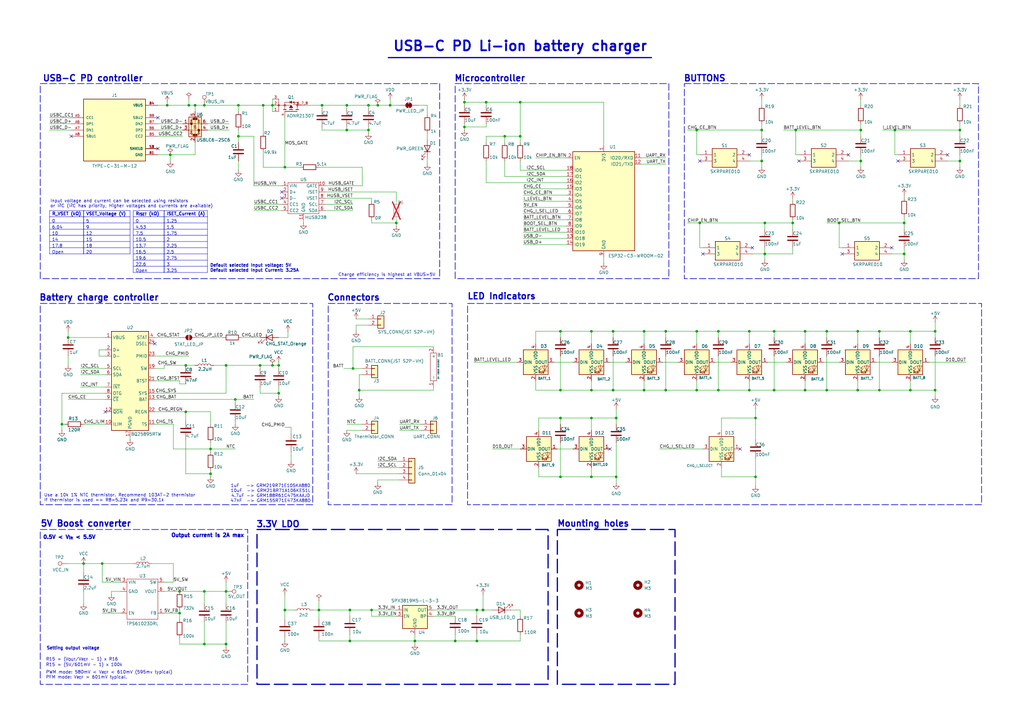
<source format=kicad_sch>
(kicad_sch (version 20250114) (generator "eeschema") (generator_version "9.0")
  (paper "A3")
  (title_block (title "USB C PD Li-Ion charger") (rev "0.1") (company "mangoByte"))
  (rectangle (start 105.41 217.17) (end 224.79 280.67) (stroke (width 0.508) (type dash)))
  (rectangle (start 280.67 34.29) (end 401.32 114.3) (stroke (width 0.254) (type dash)))
  (rectangle (start 186.69 34.29) (end 274.32 114.3) (stroke (width 0.254) (type dash)))
  (rectangle (start 16.51 34.29) (end 180.34 114.3) (stroke (width 0.254) (type dash)))
  (rectangle (start 228.6 217.17) (end 276.86 280.67) (stroke (width 0.508) (type dash)))
  (rectangle (start 134.62 124.46) (end 185.42 207.01) (stroke (width 0.254) (type dash)))
  (rectangle (start 191.77 124.46) (end 402.59 207.01) (stroke (width 0.254) (type dash)))
  (rectangle (start 16.51 124.46) (end 128.27 207.01) (stroke (width 0.254) (type dash)))
  (rectangle (start 16.51 217.17) (end 101.6 280.67) (stroke (width 0.254) (type dash)))
  (text "Battery charge controller" (at 40.64 122.174 0) (effects (font (size 2.54 2.54) (thickness 0.508) (bold yes))))
  (text "5V Boost converter" (at 16.51 214.884 0) (effects (font (size 2.54 2.54) (thickness 0.508) (bold yes)) (justify left)))
  (text "Use a 10k 1% NTC thermistor. Recommend 103AT-2 thermistor\nIf thermistor is used => R8=5.23k and R9=30.1k" (at 18.034 204.216 0) (effects (font (size 1.27 1.27)) (justify left)))
  (text "Charge efficiency is highest at VBUS=5V" (at 138.684 112.776 0) (effects (font (size 1.27 1.27)) (justify left)))
  (text "BUTTONS" (at 289.052 32.258 0) (effects (font (size 2.54 2.54) (thickness 0.508) (bold yes))))
  (text "3.3V LDO" (at 114.046 215.138 0) (effects (font (size 2.54 2.54) (thickness 0.508) (bold yes))))
  (text "Default selected Input voltage: 5V\nDefault selected Input Current: 3.25A" (at 86.106 109.982 0) (effects (font (size 1.27 1.27) (thickness 0.254) (bold yes)) (justify left)))
  (text "Connectors" (at 145.034 122.174 0) (effects (font (size 2.54 2.54) (thickness 0.508) (bold yes))))
  (text "Input voltage and current can be selected using resistors \nor I^{2}C (I^{2}C has priority, Higher voltages and currents are available)" (at 20.574 83.566 0) (effects (font (size 1.27 1.27)) (justify left)))
  (text "Setting output voltage" (at 19.05 265.938 0) (effects (font (size 1.27 1.27) (thickness 0.254) (bold yes)) (justify left)))
  (text "R15 = (5V/601mV - 1) x 100k" (at 18.796 272.796 0) (effects (font (size 1.27 1.27)) (justify left)))
  (text "USB-C PD Li-ion battery charger" (at 213.36 19.05 0) (effects (font (size 4 4) (thickness 0.762) (bold yes))))
  (text "0.5V < V_{in} < 5.5V" (at 28.448 220.472 0) (effects (font (size 1.524 1.524) (thickness 0.4064) (bold yes))))
  (text "Output current is 2A max" (at 70.104 219.71 0) (effects (font (size 1.524 1.524) (thickness 0.4064) (bold yes)) (justify left)))
  (text "Mounting holes" (at 243.332 214.884 0) (effects (font (size 2.54 2.54) (thickness 0.508) (bold yes))))
  (text "Microcontroller" (at 200.914 32.258 0) (effects (font (size 2.54 2.54) (thickness 0.508) (bold yes))))
  (text "R15 = (V_{OUT}/V_{REF} - 1) x R16\n" (at 18.796 270.51 0) (effects (font (size 1.27 1.27)) (justify left)))
  (text "1uF   -> GRM219R71E105KA88D\n10uF  -> GRM21BR71A106KE51L\n4.7uF -> GRM188R61C475KAAJD\n47nF  -> GRM155R71E473KA88D" (at 110.998 202.438 0) (effects (font (size 1.27 1.27))))
  (text "PWM mode: 580mV < V_{REF} < 610mV (595mv typical)\nPFM mode: V_{REF} = 601mV typical." (at 18.796 276.86 0) (effects (font (size 1.27 1.27)) (justify left)))
  (text "USB-C PD controller" (at 38.1 32.258 0) (effects (font (size 2.54 2.54) (thickness 0.508) (bold yes))))
  (text "LED Indicators" (at 205.74 121.666 0) (effects (font (size 2.54 2.54) (thickness 0.508) (bold yes))))
  (junction (at 142.24 53.34))
  (junction (at 132.08 43.18))
  (junction (at 325.12 91.44))
  (junction (at 383.54 160.02))
  (junction (at 312.42 66.04))
  (junction (at 83.82 43.18))
  (junction (at 330.2 160.02))
  (junction (at 229.87 171.45))
  (junction (at 251.46 135.89))
  (junction (at 143.51 262.89))
  (junction (at 273.05 160.02))
  (junction (at 273.05 135.89))
  (junction (at 111.76 43.18))
  (junction (at 370.84 104.14))
  (junction (at 312.42 53.34))
  (junction (at 360.68 135.89))
  (junction (at 154.94 43.18))
  (junction (at 317.5 135.89))
  (junction (at 287.02 91.44))
  (junction (at 351.79 135.89))
  (junction (at 97.79 43.18))
  (junction (at 242.57 135.89))
  (junction (at 97.79 55.88))
  (junction (at 25.4 173.99))
  (junction (at 199.39 41.91))
  (junction (at 353.06 53.34))
  (junction (at 27.94 138.43))
  (junction (at 373.38 160.02))
  (junction (at 186.69 262.89))
  (junction (at 229.87 160.02))
  (junction (at 143.51 250.19))
  (junction (at 353.06 66.04))
  (junction (at 83.82 242.57))
  (junction (at 313.69 104.14))
  (junction (at 69.85 63.5))
  (junction (at 285.75 160.02))
  (junction (at 370.84 91.44))
  (junction (at 151.13 53.34))
  (junction (at 114.3 161.29))
  (junction (at 96.52 163.83))
  (junction (at 309.88 195.58))
  (junction (at 242.57 171.45))
  (junction (at 92.71 149.86))
  (junction (at 73.66 242.57))
  (junction (at 116.84 68.58))
  (junction (at 360.68 160.02))
  (junction (at 80.01 43.18))
  (junction (at 307.34 160.02))
  (junction (at 73.66 251.46))
  (junction (at 373.38 135.89))
  (junction (at 76.2 168.91))
  (junction (at 147.32 160.02))
  (junction (at 86.36 194.31))
  (junction (at 111.76 149.86))
  (junction (at 92.71 264.16))
  (junction (at 195.58 250.19))
  (junction (at 294.64 135.89))
  (junction (at 383.54 135.89))
  (junction (at 294.64 160.02))
  (junction (at 41.91 231.14))
  (junction (at 151.13 43.18))
  (junction (at 77.47 43.18))
  (junction (at 170.18 262.89))
  (junction (at 252.73 195.58))
  (junction (at 313.69 91.44))
  (junction (at 130.81 250.19))
  (junction (at 393.7 53.34))
  (junction (at 339.09 160.02))
  (junction (at 190.5 52.07))
  (junction (at 144.78 151.13))
  (junction (at 264.16 135.89))
  (junction (at 83.82 264.16))
  (junction (at 285.75 135.89))
  (junction (at 351.79 160.02))
  (junction (at 160.02 43.18))
  (junction (at 339.09 135.89))
  (junction (at 229.87 195.58))
  (junction (at 106.68 149.86))
  (junction (at 309.88 171.45))
  (junction (at 114.3 149.86))
  (junction (at 213.36 41.91))
  (junction (at 68.58 43.18))
  (junction (at 326.39 53.34))
  (junction (at 142.24 43.18))
  (junction (at 107.95 43.18))
  (junction (at 252.73 171.45))
  (junction (at 242.57 195.58))
  (junction (at 307.34 135.89))
  (junction (at 393.7 66.04))
  (junction (at 251.46 160.02))
  (junction (at 86.36 184.15))
  (junction (at 242.57 160.02))
  (junction (at 195.58 262.89))
  (junction (at 367.03 53.34))
  (junction (at 152.4 250.19))
  (junction (at 190.5 41.91))
  (junction (at 76.2 149.86))
  (junction (at 344.17 91.44))
  (junction (at 198.12 250.19))
  (junction (at 92.71 242.57))
  (junction (at 34.29 231.14))
  (junction (at 162.56 91.44))
  (junction (at 116.84 250.19))
  (junction (at 285.75 53.34))
  (junction (at 264.16 160.02))
  (junction (at 330.2 135.89))
  (junction (at 229.87 135.89))
  (junction (at 207.01 55.88))
  (junction (at 213.36 55.88))
  (junction (at 317.5 160.02))
  (no_connect (at 64.77 60.96))
  (no_connect (at 327.66 66.04))
  (no_connect (at 250.19 184.15))
  (no_connect (at 303.53 184.15))
  (no_connect (at 368.3 66.04))
  (no_connect (at 347.98 63.5))
  (no_connect (at 43.18 168.91))
  (no_connect (at 307.34 63.5))
  (no_connect (at 288.29 104.14))
  (no_connect (at 308.61 101.6))
  (no_connect (at 287.02 66.04))
  (no_connect (at 388.62 63.5))
  (no_connect (at 29.21 55.88))
  (no_connect (at 115.57 78.74))
  (no_connect (at 365.76 101.6))
  (no_connect (at 64.77 48.26))
  (no_connect (at 63.5 140.97))
  (no_connect (at 345.44 104.14))
  (no_connect (at 115.57 81.28))
  (wire (pts (xy 195.58 260.35) (xy 195.58 262.89)))
  (wire (pts (xy 339.09 160.02) (xy 351.79 160.02)))
  (wire (pts (xy 273.05 160.02) (xy 285.75 160.02)))
  (wire (pts (xy 111.76 40.64) (xy 111.76 43.18)))
  (wire (pts (xy 353.06 50.8) (xy 353.06 53.34)))
  (wire (pts (xy 285.75 53.34) (xy 312.42 53.34)))
  (wire (pts (xy 20.32 53.34) (xy 29.21 53.34)))
  (wire (pts (xy 293.37 148.59) (xy 299.72 148.59)))
  (wire (pts (xy 383.54 135.89) (xy 373.38 135.89)))
  (wire (pts (xy 81.28 138.43) (xy 91.44 138.43)))
  (wire (pts (xy 175.26 46.99) (xy 175.26 43.18)))
  (wire (pts (xy 85.09 50.8) (xy 93.98 50.8)))
  (wire (pts (xy 132.08 53.34) (xy 142.24 53.34)))
  (wire (pts (xy 53.34 179.07) (xy 53.34 180.34)))
  (wire (pts (xy 41.91 238.76) (xy 41.91 231.14)))
  (wire (pts (xy 175.26 54.61) (xy 175.26 57.15)))
  (wire (pts (xy 214.63 95.25) (xy 232.41 95.25)))
  (wire (pts (xy 64.77 43.18) (xy 68.58 43.18)))
  (wire (pts (xy 393.7 50.8) (xy 393.7 53.34)))
  (wire (pts (xy 163.83 176.53) (xy 172.72 176.53)))
  (wire (pts (xy 111.76 43.18) (xy 111.76 45.72)))
  (wire (pts (xy 34.29 231.14) (xy 41.91 231.14)))
  (wire (pts (xy 229.87 195.58) (xy 242.57 195.58)))
  (wire (pts (xy 68.58 41.91) (xy 68.58 43.18)))
  (wire (pts (xy 229.87 171.45) (xy 220.98 171.45)))
  (wire (pts (xy 228.6 184.15) (xy 234.95 184.15)))
  (wire (pts (xy 27.94 163.83) (xy 43.18 163.83)))
  (wire (pts (xy 64.77 55.88) (xy 74.93 55.88)))
  (wire (pts (xy 201.93 250.19) (xy 198.12 250.19)))
  (wire (pts (xy 116.84 261.62) (xy 116.84 262.89)))
  (wire (pts (xy 142.24 43.18) (xy 151.13 43.18)))
  (wire (pts (xy 383.54 132.08) (xy 383.54 135.89)))
  (wire (pts (xy 40.64 143.51) (xy 40.64 146.05)))
  (wire (pts (xy 360.68 135.89) (xy 351.79 135.89)))
  (wire (pts (xy 97.79 55.88) (xy 97.79 58.42)))
  (wire (pts (xy 162.56 78.74) (xy 162.56 82.55)))
  (wire (pts (xy 25.4 173.99) (xy 25.4 176.53)))
  (wire (pts (xy 63.5 146.05) (xy 77.47 146.05)))
  (wire (pts (xy 130.81 250.19) (xy 130.81 254)))
  (wire (pts (xy 219.71 135.89) (xy 229.87 135.89)))
  (wire (pts (xy 309.88 171.45) (xy 309.88 167.64)))
  (wire (pts (xy 264.16 140.97) (xy 264.16 135.89)))
  (wire (pts (xy 339.09 146.05) (xy 339.09 160.02)))
  (wire (pts (xy 199.39 55.88) (xy 199.39 58.42)))
  (wire (pts (xy 128.27 250.19) (xy 130.81 250.19)))
  (wire (pts (xy 97.79 69.85) (xy 97.79 66.04)))
  (wire (pts (xy 151.13 53.34) (xy 151.13 54.61)))
  (wire (pts (xy 92.71 238.76) (xy 92.71 242.57)))
  (wire (pts (xy 73.66 156.21) (xy 73.66 157.48)))
  (wire (pts (xy 92.71 247.65) (xy 92.71 242.57)))
  (wire (pts (xy 177.8 252.73) (xy 186.69 252.73)))
  (wire (pts (xy 199.39 52.07) (xy 190.5 52.07)))
  (wire (pts (xy 219.71 64.77) (xy 232.41 64.77)))
  (wire (pts (xy 242.57 171.45) (xy 242.57 176.53)))
  (wire (pts (xy 229.87 135.89) (xy 242.57 135.89)))
  (wire (pts (xy 143.51 252.73) (xy 143.51 250.19)))
  (wire (pts (xy 144.78 151.13) (xy 144.78 142.24)))
  (wire (pts (xy 147.32 153.67) (xy 147.32 160.02)))
  (wire (pts (xy 207.01 72.39) (xy 232.41 72.39)))
  (wire (pts (xy 63.5 173.99) (xy 71.12 173.99)))
  (wire (pts (xy 162.56 91.44) (xy 162.56 90.17)))
  (wire (pts (xy 119.38 175.26) (xy 116.84 175.26)))
  (wire (pts (xy 67.31 238.76) (xy 71.12 238.76)))
  (wire (pts (xy 287.02 91.44) (xy 313.69 91.44)))
  (wire (pts (xy 252.73 181.61) (xy 252.73 195.58)))
  (wire (pts (xy 154.94 196.85) (xy 163.83 196.85)))
  (wire (pts (xy 120.65 250.19) (xy 116.84 250.19)))
  (wire (pts (xy 116.84 68.58) (xy 123.19 68.58)))
  (wire (pts (xy 347.98 66.04) (xy 353.06 66.04)))
  (wire (pts (xy 207.01 66.04) (xy 207.01 72.39)))
  (wire (pts (xy 20.32 48.26) (xy 29.21 48.26)))
  (wire (pts (xy 313.69 91.44) (xy 313.69 93.98)))
  (wire (pts (xy 242.57 160.02) (xy 251.46 160.02)))
  (wire (pts (xy 151.13 52.07) (xy 151.13 53.34)))
  (wire (pts (xy 114.3 148.59) (xy 114.3 149.86)))
  (wire (pts (xy 213.36 55.88) (xy 213.36 58.42)))
  (wire (pts (xy 367.03 63.5) (xy 367.03 53.34)))
  (wire (pts (xy 142.24 173.99) (xy 148.59 173.99)))
  (polyline (pts (xy 159.258 23.622) (xy 267.208 23.622)) (stroke (width 0.508) (type solid)))
  (wire (pts (xy 242.57 140.97) (xy 242.57 135.89)))
  (wire (pts (xy 195.58 250.19) (xy 195.58 252.73)))
  (wire (pts (xy 92.71 161.29) (xy 92.71 149.86)))
  (wire (pts (xy 63.5 156.21) (xy 73.66 156.21)))
  (wire (pts (xy 33.02 158.75) (xy 43.18 158.75)))
  (wire (pts (xy 67.31 151.13) (xy 63.5 151.13)))
  (wire (pts (xy 144.78 142.24) (xy 177.8 142.24)))
  (wire (pts (xy 80.01 43.18) (xy 80.01 45.72)))
  (wire (pts (xy 313.69 104.14) (xy 313.69 106.68)))
  (wire (pts (xy 67.31 149.86) (xy 67.31 151.13)))
  (wire (pts (xy 213.36 41.91) (xy 213.36 55.88)))
  (wire (pts (xy 73.66 251.46) (xy 73.66 254)))
  (wire (pts (xy 63.5 168.91) (xy 76.2 168.91)))
  (wire (pts (xy 214.63 82.55) (xy 232.41 82.55)))
  (wire (pts (xy 294.64 160.02) (xy 285.75 160.02)))
  (wire (pts (xy 227.33 148.59) (xy 234.95 148.59)))
  (wire (pts (xy 27.94 231.14) (xy 34.29 231.14)))
  (wire (pts (xy 351.79 156.21) (xy 351.79 160.02)))
  (wire (pts (xy 119.38 175.26) (xy 119.38 177.8)))
  (wire (pts (xy 133.35 81.28) (xy 152.4 81.28)))
  (wire (pts (xy 124.46 91.44) (xy 124.46 90.17)))
  (wire (pts (xy 287.02 63.5) (xy 285.75 63.5)))
  (wire (pts (xy 213.36 69.85) (xy 232.41 69.85)))
  (wire (pts (xy 367.03 53.34) (xy 393.7 53.34)))
  (wire (pts (xy 76.2 168.91) (xy 76.2 172.72)))
  (wire (pts (xy 312.42 40.64) (xy 312.42 43.18)))
  (wire (pts (xy 214.63 100.33) (xy 232.41 100.33)))
  (wire (pts (xy 64.77 53.34) (xy 74.93 53.34)))
  (wire (pts (xy 86.36 194.31) (xy 86.36 195.58)))
  (wire (pts (xy 92.71 264.16) (xy 83.82 264.16)))
  (wire (pts (xy 107.95 62.23) (xy 107.95 68.58)))
  (wire (pts (xy 114.3 161.29) (xy 114.3 162.56)))
  (wire (pts (xy 85.09 53.34) (xy 93.98 53.34)))
  (wire (pts (xy 104.14 86.36) (xy 115.57 86.36)))
  (wire (pts (xy 393.7 66.04) (xy 393.7 68.58)))
  (wire (pts (xy 242.57 135.89) (xy 251.46 135.89)))
  (wire (pts (xy 104.14 83.82) (xy 115.57 83.82)))
  (wire (pts (xy 339.09 160.02) (xy 330.2 160.02)))
  (wire (pts (xy 104.14 55.88) (xy 104.14 76.2)))
  (wire (pts (xy 83.82 247.65) (xy 83.82 242.57)))
  (wire (pts (xy 229.87 160.02) (xy 242.57 160.02)))
  (wire (pts (xy 330.2 135.89) (xy 317.5 135.89)))
  (wire (pts (xy 309.88 195.58) (xy 309.88 199.39)))
  (wire (pts (xy 247.65 59.69) (xy 247.65 41.91)))
  (wire (pts (xy 360.68 135.89) (xy 360.68 138.43)))
  (wire (pts (xy 124.46 43.18) (xy 132.08 43.18)))
  (wire (pts (xy 34.29 242.57) (xy 34.29 247.65)))
  (wire (pts (xy 162.56 91.44) (xy 162.56 92.71)))
  (wire (pts (xy 247.65 105.41) (xy 247.65 107.95)))
  (wire (pts (xy 114.3 149.86) (xy 114.3 151.13)))
  (wire (pts (xy 92.71 264.16) (xy 92.71 265.43)))
  (wire (pts (xy 114.3 138.43) (xy 118.11 138.43)))
  (wire (pts (xy 130.81 246.38) (xy 130.81 250.19)))
  (wire (pts (xy 40.64 146.05) (xy 43.18 146.05)))
  (wire (pts (xy 143.51 260.35) (xy 143.51 262.89)))
  (wire (pts (xy 213.36 250.19) (xy 209.55 250.19)))
  (wire (pts (xy 383.54 146.05) (xy 383.54 160.02)))
  (wire (pts (xy 308.61 104.14) (xy 313.69 104.14)))
  (wire (pts (xy 214.63 90.17) (xy 232.41 90.17)))
  (wire (pts (xy 214.63 85.09) (xy 232.41 85.09)))
  (wire (pts (xy 146.05 130.81) (xy 151.13 130.81)))
  (wire (pts (xy 99.06 138.43) (xy 106.68 138.43)))
  (wire (pts (xy 43.18 153.67) (xy 33.02 153.67)))
  (wire (pts (xy 152.4 250.19) (xy 162.56 250.19)))
  (wire (pts (xy 317.5 160.02) (xy 307.34 160.02)))
  (wire (pts (xy 295.91 171.45) (xy 309.88 171.45)))
  (wire (pts (xy 383.54 135.89) (xy 383.54 138.43)))
  (wire (pts (xy 326.39 53.34) (xy 353.06 53.34)))
  (wire (pts (xy 339.09 135.89) (xy 330.2 135.89)))
  (wire (pts (xy 325.12 90.17) (xy 325.12 91.44)))
  (wire (pts (xy 97.79 43.18) (xy 97.79 45.72)))
  (wire (pts (xy 130.81 261.62) (xy 130.81 262.89)))
  (wire (pts (xy 64.77 63.5) (xy 69.85 63.5)))
  (wire (pts (xy 199.39 41.91) (xy 190.5 41.91)))
  (wire (pts (xy 359.41 148.59) (xy 365.76 148.59)))
  (wire (pts (xy 116.84 243.84) (xy 116.84 250.19)))
  (wire (pts (xy 144.78 151.13) (xy 148.59 151.13)))
  (wire (pts (xy 381 148.59) (xy 396.24 148.59)))
  (wire (pts (xy 213.36 260.35) (xy 213.36 262.89)))
  (wire (pts (xy 294.64 160.02) (xy 307.34 160.02)))
  (wire (pts (xy 351.79 135.89) (xy 339.09 135.89)))
  (wire (pts (xy 373.38 160.02) (xy 373.38 156.21)))
  (wire (pts (xy 219.71 140.97) (xy 219.71 135.89)))
  (wire (pts (xy 83.82 43.18) (xy 80.01 43.18)))
  (wire (pts (xy 142.24 52.07) (xy 142.24 53.34)))
  (wire (pts (xy 213.36 262.89) (xy 195.58 262.89)))
  (wire (pts (xy 330.2 135.89) (xy 330.2 140.97)))
  (wire (pts (xy 186.69 260.35) (xy 186.69 262.89)))
  (wire (pts (xy 151.13 43.18) (xy 151.13 44.45)))
  (wire (pts (xy 170.18 262.89) (xy 170.18 264.16)))
  (wire (pts (xy 220.98 171.45) (xy 220.98 176.53)))
  (wire (pts (xy 73.66 251.46) (xy 73.66 250.19)))
  (wire (pts (xy 132.08 43.18) (xy 142.24 43.18)))
  (wire (pts (xy 281.94 91.44) (xy 287.02 91.44)))
  (wire (pts (xy 271.78 148.59) (xy 278.13 148.59)))
  (wire (pts (xy 229.87 181.61) (xy 229.87 195.58)))
  (wire (pts (xy 229.87 146.05) (xy 229.87 160.02)))
  (wire (pts (xy 295.91 191.77) (xy 295.91 195.58)))
  (wire (pts (xy 344.17 91.44) (xy 370.84 91.44)))
  (wire (pts (xy 116.84 48.26) (xy 116.84 68.58)))
  (wire (pts (xy 49.53 238.76) (xy 41.91 238.76)))
  (wire (pts (xy 170.18 260.35) (xy 170.18 262.89)))
  (wire (pts (xy 312.42 66.04) (xy 312.42 63.5)))
  (wire (pts (xy 133.35 78.74) (xy 162.56 78.74)))
  (wire (pts (xy 154.94 196.85) (xy 154.94 198.12)))
  (wire (pts (xy 34.29 173.99) (xy 43.18 173.99)))
  (wire (pts (xy 160.02 40.64) (xy 160.02 43.18)))
  (wire (pts (xy 130.81 250.19) (xy 143.51 250.19)))
  (wire (pts (xy 67.31 251.46) (xy 73.66 251.46)))
  (wire (pts (xy 64.77 50.8) (xy 74.93 50.8)))
  (wire (pts (xy 242.57 195.58) (xy 242.57 191.77)))
  (wire (pts (xy 317.5 146.05) (xy 317.5 160.02)))
  (wire (pts (xy 353.06 53.34) (xy 353.06 55.88)))
  (wire (pts (xy 132.08 52.07) (xy 132.08 53.34)))
  (wire (pts (xy 251.46 135.89) (xy 251.46 138.43)))
  (wire (pts (xy 71.12 231.14) (xy 71.12 238.76)))
  (wire (pts (xy 71.12 173.99) (xy 71.12 184.15)))
  (wire (pts (xy 63.5 163.83) (xy 96.52 163.83)))
  (wire (pts (xy 104.14 76.2) (xy 115.57 76.2)))
  (wire (pts (xy 199.39 41.91) (xy 199.39 43.18)))
  (wire (pts (xy 83.82 255.27) (xy 83.82 264.16)))
  (wire (pts (xy 86.36 185.42) (xy 86.36 184.15)))
  (wire (pts (xy 251.46 146.05) (xy 251.46 160.02)))
  (wire (pts (xy 213.36 66.04) (xy 213.36 69.85)))
  (wire (pts (xy 360.68 135.89) (xy 373.38 135.89)))
  (wire (pts (xy 80.01 58.42) (xy 80.01 63.5)))
  (wire (pts (xy 27.94 146.05) (xy 27.94 149.86)))
  (wire (pts (xy 190.5 41.91) (xy 190.5 43.18)))
  (wire (pts (xy 388.62 66.04) (xy 393.7 66.04)))
  (wire (pts (xy 273.05 135.89) (xy 273.05 138.43)))
  (wire (pts (xy 86.36 193.04) (xy 86.36 194.31)))
  (wire (pts (xy 154.94 43.18) (xy 160.02 43.18)))
  (wire (pts (xy 199.39 66.04) (xy 199.39 74.93)))
  (wire (pts (xy 116.84 250.19) (xy 116.84 254)))
  (wire (pts (xy 353.06 66.04) (xy 353.06 63.5)))
  (wire (pts (xy 111.76 149.86) (xy 114.3 149.86)))
  (wire (pts (xy 325.12 104.14) (xy 313.69 104.14)))
  (wire (pts (xy 97.79 53.34) (xy 97.79 55.88)))
  (wire (pts (xy 190.5 53.34) (xy 190.5 52.07)))
  (wire (pts (xy 49.53 242.57) (xy 45.72 242.57)))
  (wire (pts (xy 309.88 171.45) (xy 309.88 180.34)))
  (wire (pts (xy 170.18 262.89) (xy 186.69 262.89)))
  (wire (pts (xy 368.3 63.5) (xy 367.03 63.5)))
  (wire (pts (xy 313.69 91.44) (xy 325.12 91.44)))
  (wire (pts (xy 199.39 52.07) (xy 199.39 50.8)))
  (wire (pts (xy 69.85 63.5) (xy 69.85 66.04)))
  (wire (pts (xy 97.79 43.18) (xy 107.95 43.18)))
  (wire (pts (xy 285.75 135.89) (xy 294.64 135.89)))
  (wire (pts (xy 106.68 161.29) (xy 114.3 161.29)))
  (wire (pts (xy 76.2 168.91) (xy 86.36 168.91)))
  (wire (pts (xy 295.91 176.53) (xy 295.91 171.45)))
  (wire (pts (xy 152.4 252.73) (xy 152.4 250.19)))
  (wire (pts (xy 73.66 264.16) (xy 73.66 261.62)))
  (wire (pts (xy 76.2 194.31) (xy 76.2 180.34)))
  (wire (pts (xy 252.73 171.45) (xy 242.57 171.45)))
  (wire (pts (xy 251.46 135.89) (xy 264.16 135.89)))
  (wire (pts (xy 281.94 53.34) (xy 285.75 53.34)))
  (wire (pts (xy 80.01 63.5) (xy 69.85 63.5)))
  (wire (pts (xy 339.09 135.89) (xy 339.09 138.43)))
  (wire (pts (xy 26.67 173.99) (xy 25.4 173.99)))
  (wire (pts (xy 151.13 43.18) (xy 154.94 43.18)))
  (wire (pts (xy 86.36 168.91) (xy 86.36 173.99)))
  (wire (pts (xy 152.4 91.44) (xy 162.56 91.44)))
  (wire (pts (xy 294.64 135.89) (xy 307.34 135.89)))
  (wire (pts (xy 190.5 40.64) (xy 190.5 41.91)))
  (wire (pts (xy 34.29 231.14) (xy 34.29 234.95)))
  (wire (pts (xy 330.2 160.02) (xy 317.5 160.02)))
  (wire (pts (xy 142.24 44.45) (xy 142.24 43.18)))
  (wire (pts (xy 252.73 167.64) (xy 252.73 171.45)))
  (wire (pts (xy 96.52 163.83) (xy 104.14 163.83)))
  (wire (pts (xy 76.2 149.86) (xy 80.01 149.86)))
  (wire (pts (xy 312.42 66.04) (xy 312.42 68.58)))
  (wire (pts (xy 313.69 104.14) (xy 313.69 101.6)))
  (wire (pts (xy 76.2 194.31) (xy 86.36 194.31)))
  (wire (pts (xy 321.31 53.34) (xy 326.39 53.34)))
  (wire (pts (xy 264.16 160.02) (xy 273.05 160.02)))
  (wire (pts (xy 242.57 156.21) (xy 242.57 160.02)))
  (wire (pts (xy 147.32 160.02) (xy 147.32 162.56)))
  (wire (pts (xy 86.36 184.15) (xy 96.52 184.15)))
  (wire (pts (xy 154.94 191.77) (xy 163.83 191.77)))
  (wire (pts (xy 177.8 160.02) (xy 177.8 158.75)))
  (wire (pts (xy 148.59 153.67) (xy 147.32 153.67)))
  (wire (pts (xy 288.29 101.6) (xy 287.02 101.6)))
  (wire (pts (xy 251.46 160.02) (xy 264.16 160.02)))
  (wire (pts (xy 307.34 66.04) (xy 312.42 66.04)))
  (wire (pts (xy 325.12 101.6) (xy 325.12 104.14)))
  (wire (pts (xy 152.4 90.17) (xy 152.4 91.44)))
  (wire (pts (xy 83.82 264.16) (xy 73.66 264.16)))
  (wire (pts (xy 68.58 43.18) (xy 77.47 43.18)))
  (wire (pts (xy 148.59 68.58) (xy 148.59 76.2)))
  (wire (pts (xy 264.16 135.89) (xy 273.05 135.89)))
  (wire (pts (xy 309.88 187.96) (xy 309.88 195.58)))
  (wire (pts (xy 214.63 87.63) (xy 232.41 87.63)))
  (wire (pts (xy 160.02 43.18) (xy 163.83 43.18)))
  (wire (pts (xy 214.63 97.79) (xy 232.41 97.79)))
  (wire (pts (xy 87.63 149.86) (xy 92.71 149.86)))
  (wire (pts (xy 393.7 53.34) (xy 393.7 55.88)))
  (wire (pts (xy 190.5 52.07) (xy 190.5 50.8)))
  (wire (pts (xy 71.12 184.15) (xy 86.36 184.15)))
  (wire (pts (xy 194.31 148.59) (xy 212.09 148.59)))
  (wire (pts (xy 133.35 76.2) (xy 148.59 76.2)))
  (wire (pts (xy 142.24 176.53) (xy 148.59 176.53)))
  (wire (pts (xy 326.39 63.5) (xy 326.39 53.34)))
  (wire (pts (xy 25.4 161.29) (xy 25.4 173.99)))
  (wire (pts (xy 229.87 135.89) (xy 229.87 138.43)))
  (wire (pts (xy 27.94 135.89) (xy 27.94 138.43)))
  (wire (pts (xy 119.38 185.42) (xy 119.38 189.23)))
  (wire (pts (xy 214.63 80.01) (xy 232.41 80.01)))
  (wire (pts (xy 353.06 66.04) (xy 353.06 68.58)))
  (wire (pts (xy 273.05 135.89) (xy 285.75 135.89)))
  (wire (pts (xy 106.68 149.86) (xy 111.76 149.86)))
  (wire (pts (xy 370.84 80.01) (xy 370.84 81.28)))
  (wire (pts (xy 252.73 195.58) (xy 242.57 195.58)))
  (wire (pts (xy 73.66 157.48) (xy 76.2 157.48)))
  (wire (pts (xy 330.2 156.21) (xy 330.2 160.02)))
  (wire (pts (xy 252.73 171.45) (xy 252.73 173.99)))
  (wire (pts (xy 106.68 161.29) (xy 106.68 158.75)))
  (wire (pts (xy 201.93 184.15) (xy 213.36 184.15)))
  (wire (pts (xy 220.98 191.77) (xy 220.98 195.58)))
  (wire (pts (xy 314.96 148.59) (xy 322.58 148.59)))
  (wire (pts (xy 133.35 83.82) (xy 144.78 83.82)))
  (wire (pts (xy 86.36 181.61) (xy 86.36 184.15)))
  (wire (pts (xy 63.5 138.43) (xy 73.66 138.43)))
  (wire (pts (xy 262.89 64.77) (xy 273.05 64.77)))
  (wire (pts (xy 345.44 101.6) (xy 344.17 101.6)))
  (wire (pts (xy 80.01 43.18) (xy 77.47 43.18)))
  (wire (pts (xy 337.82 148.59) (xy 344.17 148.59)))
  (wire (pts (xy 45.72 242.57) (xy 45.72 243.84)))
  (wire (pts (xy 175.26 64.77) (xy 175.26 67.31)))
  (wire (pts (xy 307.34 156.21) (xy 307.34 160.02)))
  (wire (pts (xy 317.5 135.89) (xy 317.5 138.43)))
  (wire (pts (xy 146.05 194.31) (xy 163.83 194.31)))
  (wire (pts (xy 270.51 184.15) (xy 288.29 184.15)))
  (wire (pts (xy 370.84 104.14) (xy 370.84 106.68)))
  (wire (pts (xy 67.31 149.86) (xy 76.2 149.86)))
  (wire (pts (xy 370.84 104.14) (xy 370.84 101.6)))
  (wire (pts (xy 107.95 43.18) (xy 111.76 43.18)))
  (wire (pts (xy 229.87 195.58) (xy 220.98 195.58)))
  (wire (pts (xy 307.34 135.89) (xy 307.34 140.97)))
  (wire (pts (xy 312.42 53.34) (xy 312.42 55.88)))
  (wire (pts (xy 370.84 88.9) (xy 370.84 91.44)))
  (wire (pts (xy 162.56 252.73) (xy 152.4 252.73)))
  (wire (pts (xy 43.18 143.51) (xy 40.64 143.51)))
  (wire (pts (xy 83.82 43.18) (xy 97.79 43.18)))
  (wire (pts (xy 383.54 160.02) (xy 373.38 160.02)))
  (wire (pts (xy 264.16 156.21) (xy 264.16 160.02)))
  (wire (pts (xy 177.8 250.19) (xy 195.58 250.19)))
  (wire (pts (xy 107.95 54.61) (xy 107.95 43.18)))
  (wire (pts (xy 361.95 53.34) (xy 367.03 53.34)))
  (wire (pts (xy 360.68 160.02) (xy 373.38 160.02)))
  (wire (pts (xy 285.75 140.97) (xy 285.75 135.89)))
  (wire (pts (xy 360.68 146.05) (xy 360.68 160.02)))
  (wire (pts (xy 287.02 101.6) (xy 287.02 91.44)))
  (wire (pts (xy 71.12 231.14) (xy 62.23 231.14)))
  (wire (pts (xy 83.82 242.57) (xy 92.71 242.57)))
  (wire (pts (xy 148.59 68.58) (xy 130.81 68.58)))
  (wire (pts (xy 365.76 104.14) (xy 370.84 104.14)))
  (wire (pts (xy 154.94 189.23) (xy 163.83 189.23)))
  (wire (pts (xy 199.39 55.88) (xy 207.01 55.88)))
  (wire (pts (xy 198.12 243.84) (xy 198.12 250.19)))
  (wire (pts (xy 132.08 44.45) (xy 132.08 43.18)))
  (wire (pts (xy 130.81 262.89) (xy 143.51 262.89)))
  (wire (pts (xy 294.64 135.89) (xy 294.64 138.43)))
  (wire (pts (xy 229.87 171.45) (xy 242.57 171.45)))
  (wire (pts (xy 41.91 231.14) (xy 54.61 231.14)))
  (wire (pts (xy 143.51 250.19) (xy 152.4 250.19)))
  (wire (pts (xy 107.95 68.58) (xy 116.84 68.58)))
  (wire (pts (xy 285.75 63.5) (xy 285.75 53.34)))
  (wire (pts (xy 325.12 81.28) (xy 325.12 82.55)))
  (wire (pts (xy 351.79 135.89) (xy 351.79 140.97)))
  (wire (pts (xy 373.38 135.89) (xy 373.38 140.97)))
  (wire (pts (xy 353.06 40.64) (xy 353.06 43.18)))
  (wire (pts (xy 214.63 92.71) (xy 232.41 92.71)))
  (wire (pts (xy 77.47 40.64) (xy 77.47 43.18)))
  (wire (pts (xy 96.52 165.1) (xy 96.52 163.83)))
  (wire (pts (xy 152.4 82.55) (xy 152.4 81.28)))
  (wire (pts (xy 92.71 255.27) (xy 92.71 264.16)))
  (wire (pts (xy 143.51 262.89) (xy 170.18 262.89)))
  (wire (pts (xy 73.66 242.57) (xy 83.82 242.57)))
  (wire (pts (xy 339.09 91.44) (xy 344.17 91.44)))
  (wire (pts (xy 393.7 40.64) (xy 393.7 43.18)))
  (wire (pts (xy 140.97 151.13) (xy 144.78 151.13)))
  (wire (pts (xy 207.01 55.88) (xy 207.01 58.42)))
  (wire (pts (xy 27.94 138.43) (xy 43.18 138.43)))
  (wire (pts (xy 317.5 135.89) (xy 307.34 135.89)))
  (wire (pts (xy 67.31 242.57) (xy 73.66 242.57)))
  (wire (pts (xy 229.87 171.45) (xy 229.87 173.99)))
  (wire (pts (xy 171.45 43.18) (xy 175.26 43.18)))
  (wire (pts (xy 294.64 146.05) (xy 294.64 160.02)))
  (wire (pts (xy 285.75 160.02) (xy 285.75 156.21)))
  (wire (pts (xy 63.5 161.29) (xy 92.71 161.29)))
  (wire (pts (xy 33.02 151.13) (xy 43.18 151.13)))
  (wire (pts (xy 214.63 77.47) (xy 232.41 77.47)))
  (wire (pts (xy 20.32 50.8) (xy 29.21 50.8)))
  (wire (pts (xy 219.71 156.21) (xy 219.71 160.02)))
  (wire (pts (xy 327.66 63.5) (xy 326.39 63.5)))
  (wire (pts (xy 360.68 160.02) (xy 351.79 160.02)))
  (wire (pts (xy 97.79 55.88) (xy 104.14 55.88)))
  (wire (pts (xy 219.71 160.02) (xy 229.87 160.02)))
  (wire (pts (xy 195.58 262.89) (xy 186.69 262.89)))
  (wire (pts (xy 118.11 138.43) (xy 118.11 135.89)))
  (wire (pts (xy 312.42 50.8) (xy 312.42 53.34)))
  (wire (pts (xy 41.91 251.46) (xy 49.53 251.46)))
  (wire (pts (xy 250.19 148.59) (xy 256.54 148.59)))
  (wire (pts (xy 96.52 172.72) (xy 96.52 173.99)))
  (wire (pts (xy 114.3 158.75) (xy 114.3 161.29)))
  (wire (pts (xy 252.73 195.58) (xy 252.73 198.12)))
  (wire (pts (xy 213.36 252.73) (xy 213.36 250.19)))
  (wire (pts (xy 199.39 74.93) (xy 232.41 74.93)))
  (wire (pts (xy 142.24 53.34) (xy 151.13 53.34)))
  (wire (pts (xy 133.35 86.36) (xy 144.78 86.36)))
  (wire (pts (xy 151.13 133.35) (xy 146.05 133.35)))
  (wire (pts (xy 146.05 133.35) (xy 146.05 135.89)))
  (wire (pts (xy 147.32 160.02) (xy 177.8 160.02)))
  (wire (pts (xy 325.12 93.98) (xy 325.12 91.44)))
  (wire (pts (xy 295.91 195.58) (xy 309.88 195.58)))
  (wire (pts (xy 370.84 91.44) (xy 370.84 93.98)))
  (wire (pts (xy 25.4 161.29) (xy 43.18 161.29)))
  (wire (pts (xy 344.17 101.6) (xy 344.17 91.44)))
  (wire (pts (xy 393.7 66.04) (xy 393.7 63.5)))
  (wire (pts (xy 207.01 55.88) (xy 213.36 55.88)))
  (wire (pts (xy 383.54 160.02) (xy 383.54 162.56)))
  (wire (pts (xy 273.05 146.05) (xy 273.05 160.02)))
  (wire (pts (xy 163.83 173.99) (xy 172.72 173.99)))
  (wire (pts (xy 213.36 41.91) (xy 247.65 41.91)))
  (wire (pts (xy 92.71 149.86) (xy 106.68 149.86)))
  (wire (pts (xy 106.68 149.86) (xy 106.68 151.13)))
  (wire (pts (xy 213.36 41.91) (xy 199.39 41.91)))
  (wire (pts (xy 198.12 250.19) (xy 195.58 250.19)))
  (wire (pts (xy 262.89 67.31) (xy 273.05 67.31)))
  (table (column_count 1) (border (external yes) (header yes)) (separators (rows yes) (cols yes)) (column_widths 19.05) (row_heights 2.54 2.54 2.54 2.54 2.54 2.54 2.54) (cells (table_cell "VSET_Voltage (V)" (at 34.29 86.36 0) (size 19.05 2.54) (margins 0.9525 0.9525 0.9525 0.9525) (span 1 1)) (table_cell "5" (at 34.29 88.9 0) (size 19.05 2.54) (margins 0.9525 0.9525 0.9525 0.9525) (span 1 1)) (table_cell "9" (at 34.29 91.44 0) (size 19.05 2.54) (margins 0.9525 0.9525 0.9525 0.9525) (span 1 1)) (table_cell "12" (at 34.29 93.98 0) (size 19.05 2.54) (margins 0.9525 0.9525 0.9525 0.9525) (span 1 1)) (table_cell "15" (at 34.29 96.52 0) (size 19.05 2.54) (margins 0.9525 0.9525 0.9525 0.9525) (span 1 1)) (table_cell "18" (at 34.29 99.06 0) (size 19.05 2.54) (margins 0.9525 0.9525 0.9525 0.9525) (span 1 1)) (table_cell "20" (at 34.29 101.6 0) (size 19.05 2.54) (margins 0.9525 0.9525 0.9525 0.9525) (span 1 1))))
  (table (column_count 1) (border (external yes) (header yes)) (separators (rows yes) (cols yes)) (column_widths 13.97) (row_heights 2.54 2.54 2.54 2.54 2.54 2.54 2.54) (cells (table_cell "R_VSET (kΩ)" (at 20.32 86.36 0) (size 13.97 2.54) (margins 0.9525 0.9525 0.9525 0.9525) (span 1 1)) (table_cell "0" (at 20.32 88.9 0) (size 13.97 2.54) (margins 0.9525 0.9525 0.9525 0.9525) (span 1 1)) (table_cell "6.04" (at 20.32 91.44 0) (size 13.97 2.54) (margins 0.9525 0.9525 0.9525 0.9525) (span 1 1)) (table_cell "10" (at 20.32 93.98 0) (size 13.97 2.54) (margins 0.9525 0.9525 0.9525 0.9525) (span 1 1)) (table_cell "14" (at 20.32 96.52 0) (size 13.97 2.54) (margins 0.9525 0.9525 0.9525 0.9525) (span 1 1)) (table_cell "17.8" (at 20.32 99.06 0) (size 13.97 2.54) (margins 0.9525 0.9525 0.9525 0.9525) (span 1 1)) (table_cell "Open" (at 20.32 101.6 0) (size 13.97 2.54) (margins 0.9525 0.9525 0.9525 0.9525) (span 1 1))))
  (table (column_count 1) (border (external yes) (header yes)) (separators (rows yes) (cols yes)) (column_widths 12.7) (row_heights 2.54 2.54 2.54 2.54 2.54 2.54 2.54 2.54 2.54 2.54) (cells (table_cell "R_{ISET} (kΩ)" (at 54.61 86.36 0) (size 12.7 2.54) (margins 0.9525 0.9525 0.9525 0.9525) (span 1 1)) (table_cell "0" (at 54.61 88.9 0) (size 12.7 2.54) (margins 0.9525 0.9525 0.9525 0.9525) (span 1 1)) (table_cell "4.53" (at 54.61 91.44 0) (size 12.7 2.54) (margins 0.9525 0.9525 0.9525 0.9525) (span 1 1)) (table_cell "7.5" (at 54.61 93.98 0) (size 12.7 2.54) (margins 0.9525 0.9525 0.9525 0.9525) (span 1 1)) (table_cell "10.5" (at 54.61 96.52 0) (size 12.7 2.54) (margins 0.9525 0.9525 0.9525 0.9525) (span 1 1)) (table_cell "13.7" (at 54.61 99.06 0) (size 12.7 2.54) (margins 0.9525 0.9525 0.9525 0.9525) (span 1 1)) (table_cell "16.5" (at 54.61 101.6 0) (size 12.7 2.54) (margins 0.9525 0.9525 0.9525 0.9525) (span 1 1)) (table_cell "19.6" (at 54.61 104.14 0) (size 12.7 2.54) (margins 0.9525 0.9525 0.9525 0.9525) (span 1 1)) (table_cell "22.6" (at 54.61 106.68 0) (size 12.7 2.54) (margins 0.9525 0.9525 0.9525 0.9525) (span 1 1)) (table_cell "Open" (at 54.61 109.22 0) (size 12.7 2.54) (margins 0.9525 0.9525 0.9525 0.9525) (span 1 1))))
  (table (column_count 1) (border (external yes) (header yes)) (separators (rows yes) (cols yes)) (column_widths 17.78) (row_heights 2.54 2.54 2.54 2.54 2.54 2.54 2.54 2.54 2.54 2.54) (cells (table_cell "ISET_Current (A)" (at 67.31 86.36 0) (size 17.78 2.54) (margins 0.9525 0.9525 0.9525 0.9525) (span 1 1)) (table_cell "1.25" (at 67.31 88.9 0) (size 17.78 2.54) (margins 0.9525 0.9525 0.9525 0.9525) (span 1 1)) (table_cell "1.5" (at 67.31 91.44 0) (size 17.78 2.54) (margins 0.9525 0.9525 0.9525 0.9525) (span 1 1)) (table_cell "1.75" (at 67.31 93.98 0) (size 17.78 2.54) (margins 0.9525 0.9525 0.9525 0.9525) (span 1 1)) (table_cell "2" (at 67.31 96.52 0) (size 17.78 2.54) (margins 0.9525 0.9525 0.9525 0.9525) (span 1 1)) (table_cell "2.25" (at 67.31 99.06 0) (size 17.78 2.54) (margins 0.9525 0.9525 0.9525 0.9525) (span 1 1)) (table_cell "2.5" (at 67.31 101.6 0) (size 17.78 2.54) (margins 0.9525 0.9525 0.9525 0.9525) (span 1 1)) (table_cell "2.75" (at 67.31 104.14 0) (size 17.78 2.54) (margins 0.9525 0.9525 0.9525 0.9525) (span 1 1)) (table_cell "3" (at 67.31 106.68 0) (size 17.78 2.54) (margins 0.9525 0.9525 0.9525 0.9525) (span 1 1)) (table_cell "3.25" (at 67.31 109.22 0) (size 17.78 2.54) (margins 0.9525 0.9525 0.9525 0.9525) (span 1 1))))
  (label "CHG_CE" (at 214.63 77.47 0))
  (label "3.3V_BP" (at 179.07 252.73 0))
  (label "UART_RX" (at 163.83 173.99 0))
  (label "I2C_SDA" (at 33.02 153.67 0))
  (label "UART_TX" (at 163.83 176.53 0))
  (label "CHG_I_SEL_LED" (at 270.51 184.15 0))
  (label "CHG_STAT" (at 73.66 138.43 180))
  (label "CHG_CE" (at 27.94 163.83 0))
  (label "D10_OUT" (at 396.24 148.59 180))
  (label "I2C_SDA" (at 215.9 72.39 0))
  (label "USB_D+" (at 214.63 100.33 0))
  (label "BOOT_SEL_BTN" (at 214.63 92.71 0))
  (label "D10_OUT" (at 201.93 184.15 0))
  (label "BOOT_SEL_BTN" (at 339.09 91.44 0))
  (label "5V_FB" (at 67.31 251.46 0))
  (label "I2C_SDA" (at 144.78 86.36 180))
  (label "CHG_PMID" (at 116.84 175.26 180))
  (label "NTC" (at 142.24 173.99 0))
  (label "CHG_BAT" (at 72.39 163.83 180))
  (label "I2C_SCL" (at 215.9 69.85 0))
  (label "5V_EN" (at 214.63 85.09 0))
  (label "NTC" (at 96.52 184.15 180))
  (label "CHG_CE_BTN" (at 281.94 53.34 0))
  (label "I2C_INT" (at 33.02 158.75 0))
  (label "BATT_LEVEL_BTN" (at 214.63 90.17 0))
  (label "UART_TX" (at 273.05 67.31 180))
  (label "USBC_D-" (at 74.93 50.8 180))
  (label "CHG_SYS" (at 72.39 161.29 180))
  (label "I2C_INT" (at 215.9 74.93 0))
  (label "UART_RX" (at 273.05 64.77 180))
  (label "CHG_PMID" (at 77.47 146.05 180))
  (label "I_LEVEL_BTN" (at 361.95 53.34 0))
  (label "I_LEVEL_BTN" (at 214.63 82.55 0))
  (label "3.3V_IN" (at 154.94 250.19 0))
  (label "5V_VIN" (at 43.18 238.76 0))
  (label "CHG_LED" (at 99.06 138.43 0))
  (label "3.3V_EN" (at 154.94 252.73 0))
  (label "CHG_CE_BTN" (at 214.63 80.01 0))
  (label "3.3V_OUT" (at 179.07 250.19 0))
  (label "MOS_GATE" (at 116.84 59.69 0))
  (label "CHG_BTST" (at 73.66 156.21 180))
  (label "BATT" (at 104.14 163.83 180))
  (label "BATT_LEVEL_LED" (at 194.31 148.59 0))
  (label "CHG_REGN" (at 74.93 168.91 180))
  (label "CHG_TS" (at 71.12 173.99 180))
  (label "USBC_CC2" (at 104.14 86.36 0))
  (label "USB_D+" (at 93.98 53.34 180))
  (label "USBC_CC1" (at 20.32 48.26 0))
  (label "CHG_ILIM" (at 34.29 173.99 0))
  (label "CHIP_EN_BTN" (at 219.71 64.77 0))
  (label "USBC_CC1" (at 104.14 83.82 0))
  (label "BATT" (at 140.97 151.13 180))
  (label "5V_SW" (at 71.12 238.76 0))
  (label "USB_D-" (at 93.98 50.8 180))
  (label "5V_VOUT" (at 68.58 242.57 0))
  (label "I2C_SDA" (at 154.94 189.23 0))
  (label "I2C_SCL" (at 144.78 83.82 180))
  (label "BATT_LEVEL_BTN" (at 321.31 53.34 0))
  (label "5V_EN" (at 41.91 251.46 0))
  (label "CHG_JP_LED" (at 91.44 138.43 180))
  (label "USBC_D+" (at 74.93 53.34 180))
  (label "I2C_SCL" (at 33.02 151.13 0))
  (label "USB_D-" (at 214.63 97.79 0))
  (label "HUSB_ISET" (at 144.78 78.74 180))
  (label "BATT_LEVEL_LED" (at 214.63 95.25 0))
  (label "USBC_D+" (at 20.32 50.8 0))
  (label "HUSB_VSET" (at 144.78 81.28 180))
  (label "USBC_D-" (at 20.32 53.34 0))
  (label "CHIP_EN_BTN" (at 281.94 91.44 0))
  (label "I2C_SCL" (at 154.94 191.77 0))
  (label "CHG_SW" (at 72.39 149.86 180))
  (label "CHG_I_SEL_LED" (at 214.63 87.63 0))
  (label "HUSB_VIN" (at 104.14 76.2 0))
  (label "USBC_CC2" (at 74.93 55.88 180))
  (label "HUSB_GATE" (at 134.62 76.2 0))
  (symbol (lib_id "No silk screen devices:R") (at 127 68.58 90) (unit 1)
    (property "Reference" "R3" (at 123.952 67.31 90) (effects (justify left)))
    (property "Value" "5.1k" (at 134.112 67.31 90) (effects (justify left)))
    (property "Footprint" "No_silkscreen:R_0805_2012Metric" (effects (hide yes)))
    (property "Description" "Resistor" (effects (hide yes)))
  )
  (symbol (lib_id "SKRPARE010:SKRPARE010") (at 368.3 63.5 0) (unit 1)
    (property "Reference" "S3" (at 378.46 59.69 0))
    (property "Value" "SKRPARE010" (at 378.714 70.358 0))
    (property "Footprint" "SKRPARE010:SKRPARE010" (effects (hide yes)))
    (property "Datasheet" "https://tech.alpsalpine.com/e/products/detail/SKRPARE010/" (effects (hide yes)))
    (property "Description" "Tactile Switches F=5N ,100M min. 100V DC for 1 min. 250V AC for 1 min. 50mA 16V DC , -40 to +90" (effects (hide yes)))
    (property "Height" "2.5" (effects (hide yes)))
    (property "Mouser Part Number" "688-SKRPARE010" (effects (hide yes)))
    (property "Mouser Price/Stock" "https://www.mouser.co.uk/ProductDetail/Alps-Alpine/SKRPARE010?qs=w%2Fv1CP2dgqqtJ13ywv6BaA%3D%3D" (effects (hide yes)))
    (property "Manufacturer_Name" "ALPS Electric" (effects (hide yes)))
    (property "Manufacturer_Part_Number" "SKRPARE010" (effects (hide yes)))
  )
  (symbol (lib_id "power:+3.3V") (at 393.7 40.64 0) (unit 1)
    (property "Reference" "#PWR041" (effects (hide yes)))
    (property "Value" "+3.3V" (at 393.7 36.83 0))
    (property "Description" "Power symbol creates a global label with name \"+3.3V\"" (effects (hide yes)))
  )
  (symbol (lib_id "Device:C") (at 96.52 168.91 0) (unit 1)
    (property "Reference" "C12" (at 96.52 166.878 0) (effects (justify left)))
    (property "Value" "10uF" (at 96.52 171.196 0) (effects (justify left)))
    (property "Footprint" "No_silkscreen:C_0805_2012Metric" (effects (hide yes)))
    (property "Description" "Unpolarized capacitor" (effects (hide yes)))
  )
  (symbol (lib_id "No silk screen devices:R") (at 30.48 173.99 90) (unit 1)
    (property "Reference" "R13" (at 32.004 171.704 90) (effects (justify left)))
    (property "Value" "120R" (at 33.02 176.276 90) (effects (justify left)))
    (property "Footprint" "No_silkscreen:R_0603_1608Metric" (effects (hide yes)))
    (property "Description" "Resistor" (effects (hide yes)))
  )
  (symbol (lib_id "power:GND") (at 370.84 106.68 0) (unit 1)
    (property "Reference" "#PWR051" (effects (hide yes)))
    (property "Value" "GND" (at 370.84 110.49 0))
    (property "Description" "Power symbol creates a global label with name \"GND\" , ground" (effects (hide yes)))
  )
  (symbol (lib_id "power:PWR_FLAG") (at 130.81 246.38 0) (unit 1)
    (property "Reference" "#FLG05" (effects (hide yes)))
    (property "Value" "PWR_FLAG" (effects (hide yes)))
    (property "Description" "Special symbol for telling ERC where power comes from" (effects (hide yes)))
  )
  (symbol (lib_id "Device:C") (at 229.87 177.8 0) (unit 1)
    (property "Reference" "C34" (at 229.87 176.022 0) (effects (justify left)))
    (property "Value" "100nF" (at 229.87 180.086 0) (effects (justify left)))
    (property "Footprint" "No_silkscreen:C_0402_1005Metric" (effects (hide yes)))
    (property "Description" "Unpolarized capacitor" (effects (hide yes)))
  )
  (symbol (lib_id "Device:C") (at 106.68 154.94 0) (unit 1)
    (property "Reference" "C9" (at 106.68 152.908 0) (effects (justify left)))
    (property "Value" "10uF" (at 106.68 157.226 0) (effects (justify left)))
    (property "Footprint" "No_silkscreen:C_0805_2012Metric" (effects (hide yes)))
    (property "Description" "Unpolarized capacitor" (effects (hide yes)))
  )
  (symbol (lib_id "Device:C") (at 294.64 142.24 0) (unit 1)
    (property "Reference" "C29" (at 294.64 140.462 0) (effects (justify left)))
    (property "Value" "100nF" (at 294.64 144.526 0) (effects (justify left)))
    (property "Footprint" "No_silkscreen:C_0402_1005Metric" (effects (hide yes)))
    (property "Description" "Unpolarized capacitor" (effects (hide yes)))
  )
  (symbol (lib_id "Device:C") (at 76.2 153.67 0) (unit 1)
    (property "Reference" "C8" (at 76.2 151.638 0) (effects (justify left)))
    (property "Value" "47nF" (at 76.2 155.956 0) (effects (justify left)))
    (property "Footprint" "No_silkscreen:C_0402_1005Metric" (effects (hide yes)))
    (property "Description" "Unpolarized capacitor" (effects (hide yes)))
  )
  (symbol (lib_id "LED:WS2812B-2020") (at 351.79 148.59 0) (unit 1)
    (property "Reference" "D9" (at 355.092 141.986 0))
    (property "Value" "BATT_7" (at 355.6 155.194 0) (effects (font (size 1.016 1.016))))
    (property "Footprint" "No_silkscreen:LED_WS2812B-2020_PLCC4_2.0x2.0mm" (effects (hide yes)))
    (property "Datasheet" "https://cdn-shop.adafruit.com/product-files/4684/4684_WS2812B-2020_V1.3_EN.pdf" (effects (hide yes)))
    (property "Description" "RGB LED with integrated controller, 2.0 x 2.0 mm, 12 mA" (effects (hide yes)))
  )
  (symbol (lib_id "Mechanical:MountingHole") (at 237.49 251.46 0) (unit 1) (in_bom no)
    (property "Reference" "H3" (at 240.03 250.1899 0) (effects (justify left)))
    (property "Value" "M3" (at 240.03 252.7299 0) (effects (justify left)))
    (property "Footprint" "MountingHole:MountingHole_3mm" (effects (hide yes)))
    (property "Description" "Mounting Hole without connection" (effects (hide yes)))
  )
  (symbol (lib_id "No silk screen devices:R") (at 107.95 58.42 0) (unit 1)
    (property "Reference" "R2" (at 108.204 54.61 0) (effects (justify left)))
    (property "Value" "49.9k" (at 108.204 62.484 0) (effects (justify left)))
    (property "Footprint" "No_silkscreen:R_0805_2012Metric" (effects (hide yes)))
    (property "Description" "Resistor" (effects (hide yes)))
  )
  (symbol (lib_id "Device:C") (at 186.69 256.54 0) (unit 1)
    (property "Reference" "C18" (at 187.706 254.254 0) (effects (justify left)))
    (property "Value" "100n" (at 187.706 258.826 0) (effects (justify left)))
    (property "Footprint" "No_silkscreen:C_0402_1005Metric" (effects (hide yes)))
    (property "Description" "Unpolarized capacitor" (effects (hide yes)))
  )
  (symbol (lib_id "Device:C") (at 92.71 251.46 0) (unit 1)
    (property "Reference" "C16" (at 92.71 249.428 0) (effects (justify left)))
    (property "Value" "10uF" (at 92.71 253.746 0) (effects (justify left)))
    (property "Footprint" "No_silkscreen:C_0603_1608Metric" (effects (hide yes)))
    (property "Description" "Unpolarized capacitor" (effects (hide yes)))
  )
  (symbol (lib_id "Device:L") (at 58.42 231.14 90) (unit 1)
    (property "Reference" "L2" (at 58.674 229.108 90))
    (property "Value" "2.7uH" (at 58.674 232.156 90))
    (property "Footprint" "Inductor_SMD:L_Changjiang_FNR6045S" (effects (hide yes)))
    (property "Description" "Inductor" (effects (hide yes)))
  )
  (symbol (lib_id "No silk screen devices:R") (at 86.36 177.8 0) (unit 1)
    (property "Reference" "R11" (at 87.63 174.752 0) (effects (justify left)))
    (property "Value" "10k" (at 87.63 180.086 0) (effects (justify left)))
    (property "Footprint" "No_silkscreen:R_0603_1608Metric" (effects (hide yes)))
    (property "Description" "Resistor" (effects (hide yes)))
  )
  (symbol (lib_id "power:GND") (at 147.32 162.56 0) (unit 1)
    (property "Reference" "#PWR025" (effects (hide yes)))
    (property "Value" "GND" (at 147.32 166.37 0))
    (property "Description" "Power symbol creates a global label with name \"GND\" , ground" (effects (hide yes)))
  )
  (symbol (lib_id "Device:C") (at 119.38 181.61 0) (unit 1)
    (property "Reference" "C13" (at 119.888 179.07 0) (effects (justify left)))
    (property "Value" "10uF" (at 119.888 184.15 0) (effects (justify left)))
    (property "Footprint" "No_silkscreen:C_0805_2012Metric" (effects (hide yes)))
    (property "Description" "Unpolarized capacitor" (effects (hide yes)))
  )
  (symbol (lib_id "power:GND") (at 393.7 68.58 0) (unit 1)
    (property "Reference" "#PWR044" (effects (hide yes)))
    (property "Value" "GND" (at 393.7 72.39 0))
    (property "Description" "Power symbol creates a global label with name \"GND\" , ground" (effects (hide yes)))
  )
  (symbol (lib_id "power:GND") (at 45.72 243.84 0) (unit 1)
    (property "Reference" "#PWR08" (effects (hide yes)))
    (property "Value" "GND" (at 45.72 247.65 0))
    (property "Description" "Power symbol creates a global label with name \"GND\" , ground" (effects (hide yes)))
  )
  (symbol (lib_id "power:GND") (at 313.69 106.68 0) (unit 1)
    (property "Reference" "#PWR049" (effects (hide yes)))
    (property "Value" "GND" (at 313.69 110.49 0))
    (property "Description" "Power symbol creates a global label with name \"GND\" , ground" (effects (hide yes)))
  )
  (symbol (lib_id "LED:WS2812B-2020") (at 295.91 184.15 0) (unit 1)
    (property "Reference" "D13" (at 299.212 177.546 0))
    (property "Value" "CHG_I_SELECT" (at 287.02 191.008 0) (effects (font (size 1.016 1.016))))
    (property "Footprint" "No_silkscreen:LED_WS2812B-2020_PLCC4_2.0x2.0mm" (effects (hide yes)))
    (property "Datasheet" "https://cdn-shop.adafruit.com/product-files/4684/4684_WS2812B-2020_V1.3_EN.pdf" (effects (hide yes)))
    (property "Description" "RGB LED with integrated controller, 2.0 x 2.0 mm, 12 mA" (effects (hide yes)))
  )
  (symbol (lib_id "No silk screen devices:R") (at 213.36 62.23 0) (unit 1)
    (property "Reference" "R9" (at 214.63 59.182 0) (effects (justify left)))
    (property "Value" "10k" (at 214.63 64.516 0) (effects (justify left)))
    (property "Footprint" "No_silkscreen:R_0603_1608Metric" (effects (hide yes)))
    (property "Description" "Resistor" (effects (hide yes)))
  )
  (symbol (lib_id "power:+5V") (at 383.54 132.08 0) (unit 1)
    (property "Reference" "#PWR018" (effects (hide yes)))
    (property "Value" "+5V" (at 383.54 128.524 0))
    (property "Description" "Power symbol creates a global label with name \"+5V\"" (effects (hide yes)))
  )
  (symbol (lib_id "Device:C") (at 353.06 59.69 0) (unit 1)
    (property "Reference" "C21" (at 353.06 57.658 0) (effects (justify left)))
    (property "Value" "100nF" (at 353.06 61.976 0) (effects (justify left)))
    (property "Footprint" "No_silkscreen:C_0402_1005Metric" (effects (hide yes)))
    (property "Description" "Unpolarized capacitor" (effects (hide yes)))
  )
  (symbol (lib_id "power:+5V") (at 252.73 167.64 0) (unit 1)
    (property "Reference" "#PWR019" (effects (hide yes)))
    (property "Value" "+5V" (at 252.73 164.084 0))
    (property "Description" "Power symbol creates a global label with name \"+5V\"" (effects (hide yes)))
  )
  (symbol (lib_id "power:+3.3V") (at 325.12 81.28 0) (unit 1)
    (property "Reference" "#PWR048" (effects (hide yes)))
    (property "Value" "+3.3V" (at 325.12 77.47 0))
    (property "Description" "Power symbol creates a global label with name \"+3.3V\"" (effects (hide yes)))
  )
  (symbol (lib_id "Device:C") (at 252.73 177.8 0) (unit 1)
    (property "Reference" "C35" (at 252.73 176.022 0) (effects (justify left)))
    (property "Value" "100nF" (at 252.73 180.086 0) (effects (justify left)))
    (property "Footprint" "No_silkscreen:C_0402_1005Metric" (effects (hide yes)))
    (property "Description" "Unpolarized capacitor" (effects (hide yes)))
  )
  (symbol (lib_id "power:GND") (at 162.56 92.71 0) (unit 1)
    (property "Reference" "#PWR015" (effects (hide yes)))
    (property "Value" "GND" (at 162.56 96.52 0))
    (property "Description" "Power symbol creates a global label with name \"GND\" , ground" (effects (hide yes)))
  )
  (symbol (lib_id "power:VCC") (at 116.84 243.84 0) (unit 1)
    (property "Reference" "#PWR055" (effects (hide yes)))
    (property "Value" "VCC" (at 116.84 239.776 0))
    (property "Description" "Power symbol creates a global label with name \"VCC\"" (effects (hide yes)))
  )
  (symbol (lib_id "power:GND") (at 175.26 67.31 0) (unit 1)
    (property "Reference" "#PWR011" (effects (hide yes)))
    (property "Value" "GND" (at 175.26 71.12 0))
    (property "Description" "Power symbol creates a global label with name \"GND\" , ground" (effects (hide yes)))
  )
  (symbol (lib_id "No silk screen devices:R") (at 97.79 49.53 0) (unit 1)
    (property "Reference" "R1" (at 99.06 46.482 0) (effects (justify left)))
    (property "Value" "10R" (at 99.06 51.816 0) (effects (justify left)))
    (property "Footprint" "No_silkscreen:R_0805_2012Metric" (effects (hide yes)))
    (property "Description" "Resistor" (effects (hide yes)))
  )
  (symbol (lib_name "SKRPARE010_1") (lib_id "SKRPARE010:SKRPARE010") (at 287.02 63.5 0) (unit 1)
    (property "Reference" "S1" (at 297.18 59.69 0))
    (property "Value" "SKRPARE010" (at 297.434 70.358 0))
    (property "Footprint" "SKRPARE010:SKRPARE010" (effects (hide yes)))
    (property "Datasheet" "https://tech.alpsalpine.com/e/products/detail/SKRPARE010/" (effects (hide yes)))
    (property "Description" "Tactile Switches F=5N ,100M min. 100V DC for 1 min. 250V AC for 1 min. 50mA 16V DC , -40 to +90" (effects (hide yes)))
    (property "Height" "2.5" (effects (hide yes)))
    (property "Mouser Part Number" "688-SKRPARE010" (effects (hide yes)))
    (property "Mouser Price/Stock" "https://www.mouser.co.uk/ProductDetail/Alps-Alpine/SKRPARE010?qs=w%2Fv1CP2dgqqtJ13ywv6BaA%3D%3D" (effects (hide yes)))
    (property "Manufacturer_Name" "ALPS Electric" (effects (hide yes)))
    (property "Manufacturer_Part_Number" "SKRPARE010" (effects (hide yes)))
  )
  (symbol (lib_id "power:GND") (at 312.42 68.58 0) (unit 1)
    (property "Reference" "#PWR042" (effects (hide yes)))
    (property "Value" "GND" (at 312.42 72.39 0))
    (property "Description" "Power symbol creates a global label with name \"GND\" , ground" (effects (hide yes)))
  )
  (symbol (lib_id "power:GND") (at 27.94 149.86 0) (unit 1)
    (property "Reference" "#PWR035" (effects (hide yes)))
    (property "Value" "GND" (at 27.94 153.67 0))
    (property "Description" "Power symbol creates a global label with name \"GND\" , ground" (effects (hide yes)))
  )
  (symbol (lib_id "LED:WS2812B-2020") (at 330.2 148.59 0) (unit 1)
    (property "Reference" "D8" (at 333.502 141.986 0))
    (property "Value" "BATT_6" (at 335.28 155.448 0) (effects (font (size 1.016 1.016))))
    (property "Footprint" "No_silkscreen:LED_WS2812B-2020_PLCC4_2.0x2.0mm" (effects (hide yes)))
    (property "Datasheet" "https://cdn-shop.adafruit.com/product-files/4684/4684_WS2812B-2020_V1.3_EN.pdf" (effects (hide yes)))
    (property "Description" "RGB LED with integrated controller, 2.0 x 2.0 mm, 12 mA" (effects (hide yes)))
  )
  (symbol (lib_id "Mechanical:MountingHole") (at 237.49 240.03 0) (unit 1) (in_bom no)
    (property "Reference" "H1" (at 240.03 239.014 0) (effects (justify left)))
    (property "Value" "M3" (at 240.03 241.2999 0) (effects (justify left)))
    (property "Footprint" "MountingHole:MountingHole_3mm" (effects (hide yes)))
    (property "Description" "Mounting Hole without connection" (effects (hide yes)))
  )
  (symbol (lib_id "RF_Module:ESP32-C3-WROOM-02") (at 247.65 82.55 0) (unit 1)
    (property "Reference" "U1" (at 249.936 60.198 0) (effects (justify left)))
    (property "Value" "ESP32-C3-WROOM-02" (at 249.428 104.902 0) (effects (justify left)))
    (property "Footprint" "RF_Module:ESP32-C3-WROOM-02" (effects (hide yes)))
    (property "Datasheet" "https://www.espressif.com/sites/default/files/documentation/esp32-c3-wroom-02_datasheet_en.pdf" (effects (hide yes)))
    (property "Description" "802.11 b/g/n Wi­Fi and Bluetooth 5 module, ESP32­C3 SoC, RISC­V microprocessor, On-board antenna" (effects (hide yes)))
  )
  (symbol (lib_id "LED:WS2812B-2020") (at 219.71 148.59 0) (unit 1)
    (property "Reference" "D3" (at 223.012 141.986 0))
    (property "Value" "BATT_1" (at 223.266 155.194 0) (effects (font (size 1.016 1.016))))
    (property "Footprint" "No_silkscreen:LED_WS2812B-2020_PLCC4_2.0x2.0mm" (effects (hide yes)))
    (property "Datasheet" "https://cdn-shop.adafruit.com/product-files/4684/4684_WS2812B-2020_V1.3_EN.pdf" (effects (hide yes)))
    (property "Description" "RGB LED with integrated controller, 2.0 x 2.0 mm, 12 mA" (effects (hide yes)))
  )
  (symbol (lib_id "power:GND") (at 383.54 162.56 0) (unit 1)
    (property "Reference" "#PWR026" (effects (hide yes)))
    (property "Value" "GND" (at 383.54 166.878 0))
    (property "Description" "Power symbol creates a global label with name \"GND\" , ground" (effects (hide yes)))
  )
  (symbol (lib_id "Device:C") (at 116.84 257.81 0) (unit 1)
    (property "Reference" "C37" (at 117.856 255.778 0) (effects (justify left)))
    (property "Value" "100n" (at 117.856 260.096 0) (effects (justify left)))
    (property "Footprint" "No_silkscreen:C_0402_1005Metric" (effects (hide yes)))
    (property "Description" "Unpolarized capacitor" (effects (hide yes)))
  )
  (symbol (lib_name "SKRPARE010_1") (lib_id "SKRPARE010:SKRPARE010") (at 345.44 101.6 0) (unit 1)
    (property "Reference" "S5" (at 355.6 97.79 0))
    (property "Value" "SKRPARE010" (at 355.854 108.458 0))
    (property "Footprint" "SKRPARE010:SKRPARE010" (effects (hide yes)))
    (property "Datasheet" "https://tech.alpsalpine.com/e/products/detail/SKRPARE010/" (effects (hide yes)))
    (property "Description" "Tactile Switches F=5N ,100M min. 100V DC for 1 min. 250V AC for 1 min. 50mA 16V DC , -40 to +90" (effects (hide yes)))
    (property "Height" "2.5" (effects (hide yes)))
    (property "Mouser Part Number" "688-SKRPARE010" (effects (hide yes)))
    (property "Mouser Price/Stock" "https://www.mouser.co.uk/ProductDetail/Alps-Alpine/SKRPARE010?qs=w%2Fv1CP2dgqqtJ13ywv6BaA%3D%3D" (effects (hide yes)))
    (property "Manufacturer_Name" "ALPS Electric" (effects (hide yes)))
    (property "Manufacturer_Part_Number" "SKRPARE010" (effects (hide yes)))
  )
  (symbol (lib_id "Connector_Generic:Conn_01x04") (at 168.91 191.77 0) (unit 1)
    (property "Reference" "J5" (at 171.45 191.7699 0) (effects (justify left)))
    (property "Value" "Conn_01x04" (at 171.45 194.3099 0) (effects (justify left)))
    (property "Footprint" "Connector_PinHeader_2.54mm:PinHeader_1x04_P2.54mm_Vertical" (effects (hide yes)))
    (property "Description" "Generic connector, single row, 01x04, script generated (kicad-library-utils/schlib/autogen/connector/)" (effects (hide yes)))
  )
  (symbol (lib_id "No silk screen devices:R") (at 353.06 46.99 0) (unit 1)
    (property "Reference" "R20" (at 354.33 43.688 0) (effects (justify left)))
    (property "Value" "10k" (at 354.33 50.038 0) (effects (justify left)))
    (property "Footprint" "No_silkscreen:R_0603_1608Metric" (effects (hide yes)))
    (property "Description" "Resistor" (effects (hide yes)))
  )
  (symbol (lib_id "Device:C") (at 199.39 46.99 0) (unit 1)
    (property "Reference" "C6" (at 199.39 44.958 0) (effects (justify left)))
    (property "Value" "100nF" (at 199.39 49.276 0) (effects (justify left)))
    (property "Footprint" "No_silkscreen:C_0402_1005Metric" (effects (hide yes)))
    (property "Description" "Unpolarized capacitor" (effects (hide yes)))
  )
  (symbol (lib_id "personal-library:BH-18650-B1BA002") (at 177.8 149.86 0) (unit 1)
    (property "Reference" "B1" (at 179.324 145.542 0) (effects (justify left)))
    (property "Value" "BH-18650-B1BA002" (at 179.832 155.448 90) (effects (font (size 0.508 0.508)) (justify left)))
    (property "Footprint" "Personal library:BH-18650-B1BA002" (effects (hide yes)))
  )
  (symbol (lib_id "Device:C") (at 325.12 97.79 0) (unit 1)
    (property "Reference" "C24" (at 325.12 95.758 0) (effects (justify left)))
    (property "Value" "1uF" (at 325.12 100.076 0) (effects (justify left)))
    (property "Footprint" "No_silkscreen:C_0402_1005Metric" (effects (hide yes)))
    (property "Description" "Unpolarized capacitor" (effects (hide yes)))
  )
  (symbol (lib_id "power:GND") (at 97.79 69.85 0) (unit 1)
    (property "Reference" "#PWR012" (effects (hide yes)))
    (property "Value" "GND" (at 97.79 73.66 0))
    (property "Description" "Power symbol creates a global label with name \"GND\" , ground" (effects (hide yes)))
  )
  (symbol (lib_id "power:+3.3V") (at 198.12 243.84 0) (unit 1)
    (property "Reference" "#PWR057" (effects (hide yes)))
    (property "Value" "+3.3V" (at 197.866 240.03 0))
    (property "Description" "Power symbol creates a global label with name \"+3.3V\"" (effects (hide yes)))
  )
  (symbol (lib_id "Device:C") (at 393.7 59.69 0) (unit 1)
    (property "Reference" "C22" (at 393.7 57.658 0) (effects (justify left)))
    (property "Value" "100nF" (at 393.7 61.976 0) (effects (justify left)))
    (property "Footprint" "No_silkscreen:C_0402_1005Metric" (effects (hide yes)))
    (property "Description" "Unpolarized capacitor" (effects (hide yes)))
  )
  (symbol (lib_id "power:GND") (at 34.29 247.65 0) (unit 1)
    (property "Reference" "#PWR07" (effects (hide yes)))
    (property "Value" "GND" (at 34.29 251.46 0))
    (property "Description" "Power symbol creates a global label with name \"GND\" , ground" (effects (hide yes)))
  )
  (symbol (lib_id "Device:C") (at 143.51 256.54 0) (unit 1)
    (property "Reference" "C17" (at 144.272 254.254 0) (effects (justify left)))
    (property "Value" "10u" (at 144.526 259.08 0) (effects (justify left)))
    (property "Footprint" "No_silkscreen:C_0603_1608Metric" (effects (hide yes)))
    (property "Description" "Unpolarized capacitor" (effects (hide yes)))
  )
  (symbol (lib_id "Device:C") (at 76.2 176.53 0) (unit 1)
    (property "Reference" "C11" (at 76.2 174.752 0) (effects (justify left)))
    (property "Value" "4.7uF" (at 76.2 178.816 0) (effects (justify left)))
    (property "Footprint" "No_silkscreen:C_0603_1608Metric" (effects (hide yes)))
    (property "Description" "Unpolarized capacitor" (effects (hide yes)))
  )
  (symbol (lib_id "power:GND") (at 116.84 262.89 0) (unit 1)
    (property "Reference" "#PWR02" (effects (hide yes)))
    (property "Value" "GND" (at 116.84 266.7 0))
    (property "Description" "Power symbol creates a global label with name \"GND\" , ground" (effects (hide yes)))
  )
  (symbol (lib_id "No silk screen devices:R") (at 73.66 257.81 0) (unit 1)
    (property "Reference" "R16" (at 74.93 254.508 0) (effects (justify left)))
    (property "Value" "100k" (at 74.93 260.858 0) (effects (justify left)))
    (property "Footprint" "No_silkscreen:R_0805_2012Metric" (effects (hide yes)))
    (property "Description" "Resistor" (effects (hide yes)))
  )
  (symbol (lib_id "power:+3.3V") (at 312.42 40.64 0) (unit 1)
    (property "Reference" "#PWR040" (effects (hide yes)))
    (property "Value" "+3.3V" (at 312.42 36.83 0))
    (property "Description" "Power symbol creates a global label with name \"+3.3V\"" (effects (hide yes)))
  )
  (symbol (lib_id "Device:C") (at 312.42 59.69 0) (unit 1)
    (property "Reference" "C20" (at 312.42 57.658 0) (effects (justify left)))
    (property "Value" "100nF" (at 312.42 61.976 0) (effects (justify left)))
    (property "Footprint" "No_silkscreen:C_0402_1005Metric" (effects (hide yes)))
    (property "Description" "Unpolarized capacitor" (effects (hide yes)))
  )
  (symbol (lib_id "No silk screen devices:R") (at 86.36 189.23 0) (unit 1)
    (property "Reference" "R12" (at 87.63 186.182 0) (effects (justify left)))
    (property "Value" "10k" (at 87.63 191.516 0) (effects (justify left)))
    (property "Footprint" "No_silkscreen:R_0603_1608Metric" (effects (hide yes)))
    (property "Description" "Resistor" (effects (hide yes)))
  )
  (symbol (lib_id "Device:C") (at 114.3 154.94 0) (unit 1)
    (property "Reference" "C10" (at 114.3 152.908 0) (effects (justify left)))
    (property "Value" "10uF" (at 114.3 157.226 0) (effects (justify left)))
    (property "Footprint" "No_silkscreen:C_0805_2012Metric" (effects (hide yes)))
    (property "Description" "Unpolarized capacitor" (effects (hide yes)))
  )
  (symbol (lib_id "Jumper:SolderJumper_2_Bridged") (at 167.64 43.18 0) (unit 1) (in_bom no)
    (property "Reference" "JP1" (at 167.64 40.64 0))
    (property "Value" "PWR_LED_JP" (at 168.148 45.466 0))
    (property "Footprint" "Jumper:SolderJumper-2_P1.3mm_Bridged_RoundedPad1.0x1.5mm" (effects (hide yes)))
    (property "Description" "Solder Jumper, 2-pole, closed/bridged" (effects (hide yes)))
  )
  (symbol (lib_id "power:PWR_FLAG") (at 111.76 149.86 0) (unit 1)
    (property "Reference" "#FLG04" (effects (hide yes)))
    (property "Value" "PWR_FLAG" (at 106.934 146.304 0))
    (property "Description" "Special symbol for telling ERC where power comes from" (effects (hide yes)))
  )
  (symbol (lib_id "power:VDD") (at 160.02 40.64 0) (unit 1)
    (property "Reference" "#PWR053" (effects (hide yes)))
    (property "Value" "VDD" (at 160.02 36.83 0))
    (property "Description" "Power symbol creates a global label with name \"VDD\"" (effects (hide yes)))
  )
  (symbol (lib_id "power:GND") (at 114.3 162.56 0) (unit 1)
    (property "Reference" "#PWR028" (effects (hide yes)))
    (property "Value" "GND" (at 114.3 166.37 0))
    (property "Description" "Power symbol creates a global label with name \"GND\" , ground" (effects (hide yes)))
  )
  (symbol (lib_id "No silk screen devices:R") (at 312.42 46.99 0) (unit 1)
    (property "Reference" "R19" (at 313.69 43.688 0) (effects (justify left)))
    (property "Value" "10k" (at 313.69 50.038 0) (effects (justify left)))
    (property "Footprint" "No_silkscreen:R_0603_1608Metric" (effects (hide yes)))
    (property "Description" "Resistor" (effects (hide yes)))
  )
  (symbol (lib_id "power:PWR_FLAG") (at 69.85 63.5 0) (unit 1)
    (property "Reference" "#FLG03" (effects (hide yes)))
    (property "Value" "PWR_FLAG" (at 72.644 59.944 0))
    (property "Description" "Special symbol for telling ERC where power comes from" (effects (hide yes)))
  )
  (symbol (lib_id "No silk screen devices:R") (at 325.12 86.36 0) (unit 1)
    (property "Reference" "R22" (at 326.39 83.058 0) (effects (justify left)))
    (property "Value" "10k" (at 326.39 89.408 0) (effects (justify left)))
    (property "Footprint" "No_silkscreen:R_0603_1608Metric" (effects (hide yes)))
    (property "Description" "Resistor" (effects (hide yes)))
  )
  (symbol (lib_id "No silk screen devices:L") (at 83.82 149.86 90) (unit 1)
    (property "Reference" "L1" (at 83.82 147.828 90))
    (property "Value" "2.2uH" (at 84.074 151.384 90))
    (property "Footprint" "Inductor_SMD:L_Vishay_IHLP-2525" (effects (hide yes)))
    (property "Description" "Inductor" (effects (hide yes)))
  )
  (symbol (lib_id "Connector:TestPoint") (at 92.71 242.57 270) (unit 1)
    (property "Reference" "TP3" (at 97.536 240.792 90))
    (property "Value" "5V_OUT" (at 97.028 244.602 90))
    (property "Footprint" "TestPoint:TestPoint_Pad_D1.5mm" (effects (hide yes)))
    (property "Description" "test point" (effects (hide yes)))
  )
  (symbol (lib_id "power:+3.3V") (at 353.06 40.64 0) (unit 1)
    (property "Reference" "#PWR039" (effects (hide yes)))
    (property "Value" "+3.3V" (at 353.06 36.83 0))
    (property "Description" "Power symbol creates a global label with name \"+3.3V\"" (effects (hide yes)))
  )
  (symbol (lib_id "power:GND") (at 252.73 198.12 0) (unit 1)
    (property "Reference" "#PWR054" (effects (hide yes)))
    (property "Value" "GND" (at 252.73 202.438 0))
    (property "Description" "Power symbol creates a global label with name \"GND\" , ground" (effects (hide yes)))
  )
  (symbol (lib_id "No silk screen devices:R") (at 162.56 86.36 180) (unit 1) (dnp yes)
    (property "Reference" "R6" (at 165.608 83.058 0) (effects (justify left)))
    (property "Value" "0R" (effects (hide yes)))
    (property "Footprint" "No_silkscreen:R_0603_1608Metric" (effects (hide yes)))
    (property "Description" "Resistor" (effects (hide yes)))
  )
  (symbol (lib_id "Device:C") (at 132.08 48.26 0) (unit 1)
    (property "Reference" "C2" (at 132.08 46.482 0) (effects (justify left)))
    (property "Value" "4.7uF" (at 132.08 50.546 0) (effects (justify left)))
    (property "Footprint" "No_silkscreen:C_0805_2012Metric" (effects (hide yes)))
    (property "Description" "Unpolarized capacitor" (effects (hide yes)))
  )
  (symbol (lib_id "Device:C") (at 34.29 238.76 0) (unit 1)
    (property "Reference" "C14" (at 34.29 236.728 0) (effects (justify left)))
    (property "Value" "2.2uF" (at 34.29 241.046 0) (effects (justify left)))
    (property "Footprint" "No_silkscreen:C_0805_2012Metric" (effects (hide yes)))
    (property "Description" "Unpolarized capacitor" (effects (hide yes)))
  )
  (symbol (lib_id "Device:C") (at 229.87 142.24 0) (unit 1)
    (property "Reference" "C26" (at 229.87 140.462 0) (effects (justify left)))
    (property "Value" "100nF" (at 229.87 144.526 0) (effects (justify left)))
    (property "Footprint" "No_silkscreen:C_0402_1005Metric" (effects (hide yes)))
    (property "Description" "Unpolarized capacitor" (effects (hide yes)))
  )
  (symbol (lib_id "No silk screen devices:R") (at 370.84 85.09 0) (unit 1)
    (property "Reference" "R23" (at 372.11 81.788 0) (effects (justify left)))
    (property "Value" "10k" (at 372.11 88.138 0) (effects (justify left)))
    (property "Footprint" "No_silkscreen:R_0603_1608Metric" (effects (hide yes)))
    (property "Description" "Resistor" (effects (hide yes)))
  )
  (symbol (lib_id "LED:WS2812B-2020") (at 373.38 148.59 0) (unit 1)
    (property "Reference" "D10" (at 376.682 141.986 0))
    (property "Value" "BATT_8" (at 376.936 154.94 0) (effects (font (size 1.016 1.016))))
    (property "Footprint" "No_silkscreen:LED_WS2812B-2020_PLCC4_2.0x2.0mm" (effects (hide yes)))
    (property "Datasheet" "https://cdn-shop.adafruit.com/product-files/4684/4684_WS2812B-2020_V1.3_EN.pdf" (effects (hide yes)))
    (property "Description" "RGB LED with integrated controller, 2.0 x 2.0 mm, 12 mA" (effects (hide yes)))
  )
  (symbol (lib_id "power:GND") (at 86.36 195.58 0) (unit 1)
    (property "Reference" "#PWR037" (effects (hide yes)))
    (property "Value" "GND" (at 86.36 199.39 0))
    (property "Description" "Power symbol creates a global label with name \"GND\" , ground" (effects (hide yes)))
  )
  (symbol (lib_id "power:GND") (at 170.18 264.16 0) (unit 1)
    (property "Reference" "#PWR058" (effects (hide yes)))
    (property "Value" "GND" (at 170.18 267.97 0))
    (property "Description" "Power symbol creates a global label with name \"GND\" , ground" (effects (hide yes)))
  )
  (symbol (lib_id "Device:C") (at 83.82 251.46 0) (unit 1)
    (property "Reference" "C15" (at 83.82 249.428 0) (effects (justify left)))
    (property "Value" "10uF" (at 83.82 253.746 0) (effects (justify left)))
    (property "Footprint" "No_silkscreen:C_0603_1608Metric" (effects (hide yes)))
    (property "Description" "Unpolarized capacitor" (effects (hide yes)))
  )
  (symbol (lib_id "LED:WS2812B-2020") (at 285.75 148.59 0) (unit 1)
    (property "Reference" "D6" (at 289.052 141.986 0))
    (property "Value" "BATT_4" (at 289.306 154.94 0) (effects (font (size 1.016 1.016))))
    (property "Footprint" "No_silkscreen:LED_WS2812B-2020_PLCC4_2.0x2.0mm" (effects (hide yes)))
    (property "Datasheet" "https://cdn-shop.adafruit.com/product-files/4684/4684_WS2812B-2020_V1.3_EN.pdf" (effects (hide yes)))
    (property "Description" "RGB LED with integrated controller, 2.0 x 2.0 mm, 12 mA" (effects (hide yes)))
  )
  (symbol (lib_id "Device:C") (at 130.81 257.81 0) (unit 1)
    (property "Reference" "C38" (at 131.826 255.778 0) (effects (justify left)))
    (property "Value" "100n" (at 131.826 260.096 0) (effects (justify left)))
    (property "Footprint" "No_silkscreen:C_0402_1005Metric" (effects (hide yes)))
    (property "Description" "Unpolarized capacitor" (effects (hide yes)))
  )
  (symbol (lib_id "Device:C") (at 383.54 142.24 0) (unit 1)
    (property "Reference" "C33" (at 383.54 140.462 0) (effects (justify left)))
    (property "Value" "100nF" (at 383.54 144.526 0) (effects (justify left)))
    (property "Footprint" "No_silkscreen:C_0402_1005Metric" (effects (hide yes)))
    (property "Description" "Unpolarized capacitor" (effects (hide yes)))
  )
  (symbol (lib_id "LED:WS2812B-2020") (at 242.57 184.15 0) (unit 1)
    (property "Reference" "D12" (at 245.872 177.546 0))
    (property "Value" "BATT_10" (at 246.126 190.5 0) (effects (font (size 1.016 1.016))))
    (property "Footprint" "No_silkscreen:LED_WS2812B-2020_PLCC4_2.0x2.0mm" (effects (hide yes)))
    (property "Datasheet" "https://cdn-shop.adafruit.com/product-files/4684/4684_WS2812B-2020_V1.3_EN.pdf" (effects (hide yes)))
    (property "Description" "RGB LED with integrated controller, 2.0 x 2.0 mm, 12 mA" (effects (hide yes)))
  )
  (symbol (lib_id "Device:LED") (at 205.74 250.19 180) (unit 1)
    (property "Reference" "D14" (at 203.454 247.65 0) (effects (justify right)))
    (property "Value" "USB_LED_O" (at 200.66 253.238 0) (effects (justify right)))
    (property "Footprint" "LED_SMD:LED_0402_1005Metric" (effects (hide yes)))
    (property "Description" "Light emitting diode" (effects (hide yes)))
    (property "Sim.Pins" "1=K 2=A" (effects (hide yes)))
  )
  (symbol (lib_id "power:+5V") (at 146.05 130.81 0) (unit 1)
    (property "Reference" "#PWR017" (effects (hide yes)))
    (property "Value" "+5V" (at 146.05 127.254 0))
    (property "Description" "Power symbol creates a global label with name \"+5V\"" (effects (hide yes)))
  )
  (symbol (lib_id "Connector_Generic:Conn_01x02") (at 156.21 130.81 0) (unit 1)
    (property "Reference" "J2" (at 155.702 128.27 0) (effects (justify left)))
    (property "Value" "SYS_CONN(JST S2P-VH)" (at 154.94 136.144 0) (effects (justify left)))
    (property "Footprint" "Connector_JST:JST_VH_S2P-VH_1x02_P3.96mm_Horizontal" (effects (hide yes)))
    (property "Description" "Generic connector, single row, 01x02, script generated (kicad-library-utils/schlib/autogen/connector/)" (effects (hide yes)))
  )
  (symbol (lib_id "Device:C") (at 339.09 142.24 0) (unit 1)
    (property "Reference" "C31" (at 339.09 140.462 0) (effects (justify left)))
    (property "Value" "100nF" (at 339.09 144.526 0) (effects (justify left)))
    (property "Footprint" "No_silkscreen:C_0402_1005Metric" (effects (hide yes)))
    (property "Description" "Unpolarized capacitor" (effects (hide yes)))
  )
  (symbol (lib_id "power:+3.3V") (at 146.05 194.31 0) (unit 1)
    (property "Reference" "#PWR033" (effects (hide yes)))
    (property "Value" "+3.3V" (at 146.05 190.5 0))
    (property "Description" "Power symbol creates a global label with name \"+3.3V\"" (effects (hide yes)))
  )
  (symbol (lib_id "power:GND") (at 151.13 54.61 0) (unit 1)
    (property "Reference" "#PWR06" (effects (hide yes)))
    (property "Value" "GND" (at 151.13 58.42 0))
    (property "Description" "Power symbol creates a global label with name \"GND\" , ground" (effects (hide yes)))
  )
  (symbol (lib_id "power:PWR_FLAG") (at 77.47 40.64 0) (unit 1)
    (property "Reference" "#FLG01" (effects (hide yes)))
    (property "Value" "PWR_FLAG" (effects (hide yes)))
    (property "Description" "Special symbol for telling ERC where power comes from" (effects (hide yes)))
  )
  (symbol (lib_id "Device:C") (at 273.05 142.24 0) (unit 1)
    (property "Reference" "C28" (at 273.05 140.462 0) (effects (justify left)))
    (property "Value" "100nF" (at 273.05 144.526 0) (effects (justify left)))
    (property "Footprint" "No_silkscreen:C_0402_1005Metric" (effects (hide yes)))
    (property "Description" "Unpolarized capacitor" (effects (hide yes)))
  )
  (symbol (lib_id "Device:LED") (at 175.26 60.96 270) (mirror x) (unit 1)
    (property "Reference" "D1" (at 177.546 58.674 90))
    (property "Value" "PWR_GREEN" (at 168.148 60.96 90))
    (property "Footprint" "LED_SMD:LED_0402_1005Metric" (effects (hide yes)))
    (property "Description" "Light emitting diode" (effects (hide yes)))
    (property "Sim.Pins" "1=K 2=A" (effects (hide yes)))
  )
  (symbol (lib_id "power:GND") (at 53.34 180.34 0) (unit 1)
    (property "Reference" "#PWR022" (effects (hide yes)))
    (property "Value" "GND" (at 53.34 184.15 0))
    (property "Description" "Power symbol creates a global label with name \"GND\" , ground" (effects (hide yes)))
  )
  (symbol (lib_id "No silk screen devices:R") (at 152.4 86.36 0) (unit 1)
    (property "Reference" "R5" (at 153.162 82.804 0) (effects (justify left)))
    (property "Value" "0R" (at 153.67 89.408 0) (effects (justify left)))
    (property "Footprint" "No_silkscreen:R_0603_1608Metric" (effects (hide yes)))
    (property "Description" "Resistor" (effects (hide yes)))
  )
  (symbol (lib_id "personal-library:HUSB238") (at 124.46 77.47 0) (unit 1)
    (property "Reference" "U5" (at 124.46 73.66 0))
    (property "Value" "HUSB238" (at 129.54 89.154 0))
    (property "Footprint" "Package_DFN_QFN:DFN-10-1EP_3x3mm_P0.5mm_EP1.65x2.38mm_ThermalVias" (effects (hide yes)))
  )
  (symbol (lib_id "power:VDD") (at 27.94 135.89 0) (unit 1)
    (property "Reference" "#PWR01" (effects (hide yes)))
    (property "Value" "VDD" (at 27.94 132.08 0))
    (property "Description" "Power symbol creates a global label with name \"VDD\"" (effects (hide yes)))
  )
  (symbol (lib_id "power:VCC") (at 34.29 231.14 0) (unit 1)
    (property "Reference" "#PWR03" (effects (hide yes)))
    (property "Value" "VCC" (at 34.29 227.076 0))
    (property "Description" "Power symbol creates a global label with name \"VCC\"" (effects (hide yes)))
  )
  (symbol (lib_id "Connector_Generic:Conn_01x02") (at 153.67 173.99 0) (unit 1)
    (property "Reference" "J4" (at 153.162 171.45 0) (effects (justify left)))
    (property "Value" "Thermistor_CONN" (at 145.288 179.07 0) (effects (justify left)))
    (property "Footprint" "Connector_PinHeader_2.54mm:PinHeader_1x02_P2.54mm_Vertical" (effects (hide yes)))
    (property "Description" "Generic connector, single row, 01x02, script generated (kicad-library-utils/schlib/autogen/connector/)" (effects (hide yes)))
  )
  (symbol (lib_id "Mechanical:MountingHole") (at 261.62 251.46 0) (unit 1) (in_bom no)
    (property "Reference" "H4" (at 264.16 250.1899 0) (effects (justify left)))
    (property "Value" "M3" (at 264.16 252.7299 0) (effects (justify left)))
    (property "Footprint" "MountingHole:MountingHole_3mm" (effects (hide yes)))
    (property "Description" "Mounting Hole without connection" (effects (hide yes)))
  )
  (symbol (lib_id "No silk screen devices:R") (at 213.36 256.54 0) (unit 1)
    (property "Reference" "R17" (at 214.63 253.492 0) (effects (justify left)))
    (property "Value" "110R" (at 214.884 259.334 0) (effects (justify left)))
    (property "Footprint" "No_silkscreen:R_0402_1005Metric" (effects (hide yes)))
    (property "Description" "Resistor" (effects (hide yes)))
  )
  (symbol (lib_id "power:GND") (at 92.71 265.43 0) (unit 1)
    (property "Reference" "#PWR013" (effects (hide yes)))
    (property "Value" "GND" (at 92.71 269.24 0))
    (property "Description" "Power symbol creates a global label with name \"GND\" , ground" (effects (hide yes)))
  )
  (symbol (lib_id "Device:L") (at 124.46 250.19 90) (unit 1)
    (property "Reference" "L3" (at 124.714 247.904 90))
    (property "Value" "2n2" (at 124.46 252.222 90))
    (property "Footprint" "Inductor_SMD:L_0402_1005Metric" (effects (hide yes)))
    (property "Description" "Inductor" (effects (hide yes)))
  )
  (symbol (lib_id "power:GND") (at 124.46 91.44 0) (unit 1)
    (property "Reference" "#PWR014" (effects (hide yes)))
    (property "Value" "GND" (at 124.46 95.25 0))
    (property "Description" "Power symbol creates a global label with name \"GND\" , ground" (effects (hide yes)))
  )
  (symbol (lib_name "SKRPARE010_2") (lib_id "SKRPARE010:SKRPARE010") (at 327.66 63.5 0) (unit 1)
    (property "Reference" "S2" (at 337.82 59.69 0))
    (property "Value" "SKRPARE010" (at 338.074 70.358 0))
    (property "Footprint" "SKRPARE010:SKRPARE010" (effects (hide yes)))
    (property "Datasheet" "https://tech.alpsalpine.com/e/products/detail/SKRPARE010/" (effects (hide yes)))
    (property "Description" "Tactile Switches F=5N ,100M min. 100V DC for 1 min. 250V AC for 1 min. 50mA 16V DC , -40 to +90" (effects (hide yes)))
    (property "Height" "2.5" (effects (hide yes)))
    (property "Mouser Part Number" "688-SKRPARE010" (effects (hide yes)))
    (property "Mouser Price/Stock" "https://www.mouser.co.uk/ProductDetail/Alps-Alpine/SKRPARE010?qs=w%2Fv1CP2dgqqtJ13ywv6BaA%3D%3D" (effects (hide yes)))
    (property "Manufacturer_Name" "ALPS Electric" (effects (hide yes)))
    (property "Manufacturer_Part_Number" "SKRPARE010" (effects (hide yes)))
  )
  (symbol (lib_id "Device:C") (at 151.13 48.26 0) (unit 1)
    (property "Reference" "C4" (at 151.13 46.228 0) (effects (justify left)))
    (property "Value" "4.7uF" (at 151.13 50.546 0) (effects (justify left)))
    (property "Footprint" "No_silkscreen:C_0805_2012Metric" (effects (hide yes)))
    (property "Description" "Unpolarized capacitor" (effects (hide yes)))
  )
  (symbol (lib_id "power:+5V") (at 92.71 238.76 0) (unit 1)
    (property "Reference" "#PWR05" (effects (hide yes)))
    (property "Value" "+5V" (at 92.71 235.204 0))
    (property "Description" "Power symbol creates a global label with name \"+5V\"" (effects (hide yes)))
  )
  (symbol (lib_id "power:VCC") (at 118.11 135.89 0) (unit 1)
    (property "Reference" "#PWR020" (effects (hide yes)))
    (property "Value" "VCC" (at 118.11 131.826 0))
    (property "Description" "Power symbol creates a global label with name \"VCC\"" (effects (hide yes)))
  )
  (symbol (lib_id "AONR21307:AONR21307") (at 119.38 45.72 90) (unit 1)
    (property "Reference" "Q1" (at 119.38 39.878 90))
    (property "Value" "AONR21307" (at 123.19 47.498 90))
    (property "Footprint" "AONR21307:aonr21307" (effects (hide yes)))
    (property "PARTREV" "1.1" (effects (hide yes)))
    (property "STANDARD" "Manufacturer recommendations" (effects (hide yes)))
    (property "MAXIMUM_PACKAGE_HEIGHT" "0.90 mm" (effects (hide yes)))
    (property "MANUFACTURER" "Alpha and Omega Semiconductor Inc." (effects (hide yes)))
  )
  (symbol (lib_id "power:GND") (at 247.65 107.95 0) (unit 1)
    (property "Reference" "#PWR047" (effects (hide yes)))
    (property "Value" "GND" (at 247.65 111.76 0))
    (property "Description" "Power symbol creates a global label with name \"GND\" , ground" (effects (hide yes)))
  )
  (symbol (lib_id "Device:C") (at 27.94 142.24 0) (unit 1)
    (property "Reference" "C7" (at 28.448 140.208 0) (effects (justify left)))
    (property "Value" "1uF" (at 28.448 144.526 0) (effects (justify left)))
    (property "Footprint" "No_silkscreen:C_0805_2012Metric" (effects (hide yes)))
    (property "Description" "Unpolarized capacitor" (effects (hide yes)))
  )
  (symbol (lib_id "power:GND") (at 190.5 53.34 0) (unit 1)
    (property "Reference" "#PWR045" (effects (hide yes)))
    (property "Value" "GND" (at 190.5 57.15 0))
    (property "Description" "Power symbol creates a global label with name \"GND\" , ground" (effects (hide yes)))
  )
  (symbol (lib_id "personal-library:TPS61023") (at 58.42 241.3 0) (unit 1)
    (property "Reference" "U3" (at 58.42 236.22 0))
    (property "Value" "TPS61023DRL" (at 58.42 255.778 0))
    (property "Footprint" "TPS61023DRL:SOTFL50P160X60-6N" (effects (hide yes)))
  )
  (symbol (lib_id "Device:C") (at 190.5 46.99 0) (unit 1)
    (property "Reference" "C5" (at 190.5 44.958 0) (effects (justify left)))
    (property "Value" "10uF" (at 190.5 49.276 0) (effects (justify left)))
    (property "Footprint" "No_silkscreen:C_0805_2012Metric" (effects (hide yes)))
    (property "Description" "Unpolarized capacitor" (effects (hide yes)))
  )
  (symbol (lib_id "power:GND") (at 69.85 66.04 0) (unit 1)
    (property "Reference" "#PWR09" (effects (hide yes)))
    (property "Value" "GND" (at 69.85 70.358 0))
    (property "Description" "Power symbol creates a global label with name \"GND\" , ground" (effects (hide yes)))
  )
  (symbol (lib_id "Device:C") (at 360.68 142.24 0) (unit 1)
    (property "Reference" "C32" (at 360.68 140.462 0) (effects (justify left)))
    (property "Value" "100nF" (at 360.68 144.526 0) (effects (justify left)))
    (property "Footprint" "No_silkscreen:C_0402_1005Metric" (effects (hide yes)))
    (property "Description" "Unpolarized capacitor" (effects (hide yes)))
  )
  (symbol (lib_id "Battery_Management:BQ25895RTW") (at 53.34 156.21 0) (unit 1)
    (property "Reference" "U2" (at 53.34 134.366 0))
    (property "Value" "BQ25895RTW" (at 59.944 178.054 0))
    (property "Footprint" "Package_DFN_QFN:Texas_RTW_WQFN-24-1EP_4x4mm_P0.5mm_EP2.7x2.7mm_ThermalVias" (effects (hide yes)))
    (property "Datasheet" "http://www.ti.com/lit/ds/symlink/bq25895.pdf" (effects (hide yes)))
    (property "Description" "I2C Controlled Single Cell (Li-Ion / Li-Polymer) 5A Fast Charger with MaxCharge, USB BC1.2 Detection, 3.9..14V VBUS, 3.840..4.608V charge voltage range, 1.5 MHz (buck mode) and 500 kHz /1.5 MHz (boost mode), WQFN-24" (effects (hide yes)))
  )
  (symbol (lib_id "TYPE-C-31-M-12:TYPE-C-31-M-12") (at 46.99 53.34 0) (unit 1)
    (property "Reference" "J1" (at 46.99 39.116 0))
    (property "Value" "TYPE-C-31-M-12" (at 46.99 68.072 0))
    (property "Footprint" "TYPE-C-31-M-12:HRO_TYPE-C-31-M-12" (effects (hide yes)))
    (property "MF" "HRO Electronics Co., Ltd." (effects (hide yes)))
    (property "MAXIMUM_PACKAGE_HEIGHT" "3.26 mm" (effects (hide yes)))
    (property "Package" "Package" (effects (hide yes)))
    (property "Price" "None" (effects (hide yes)))
    (property "Check_prices" "https://www.snapeda.com/parts/TYPE-C-31-M-12/HRO+Electronics+Co.%252C+Ltd./view-part/?ref=eda" (effects (hide yes)))
    (property "STANDARD" "Manufacturer Recommendations" (effects (hide yes)))
    (property "PARTREV" "2020.12.08" (effects (hide yes)))
    (property "SnapEDA_Link" "https://www.snapeda.com/parts/TYPE-C-31-M-12/HRO+Electronics+Co.%252C+Ltd./view-part/?ref=snap" (effects (hide yes)))
    (property "MP" "TYPE-C-31-M-12" (effects (hide yes)))
    (property "Description_1" "USB Connectors 24 Receptacle 1 8.94*7.3mm RoHS" (effects (hide yes)))
    (property "SNAPEDA_PN" "TYPE-C-31-M-12" (effects (hide yes)))
    (property "Availability" "Not in stock" (effects (hide yes)))
    (property "MANUFACTURER" "HRO Electronics Co., Ltd." (effects (hide yes)))
  )
  (symbol (lib_id "No silk screen devices:R") (at 199.39 62.23 0) (unit 1)
    (property "Reference" "R7" (at 200.66 59.182 0) (effects (justify left)))
    (property "Value" "10k" (at 200.66 64.516 0) (effects (justify left)))
    (property "Footprint" "No_silkscreen:R_0603_1608Metric" (effects (hide yes)))
    (property "Description" "Resistor" (effects (hide yes)))
  )
  (symbol (lib_id "Device:C") (at 313.69 97.79 0) (unit 1)
    (property "Reference" "C23" (at 313.69 95.758 0) (effects (justify left)))
    (property "Value" "100nF" (at 313.69 100.076 0) (effects (justify left)))
    (property "Footprint" "No_silkscreen:C_0402_1005Metric" (effects (hide yes)))
    (property "Description" "Unpolarized capacitor" (effects (hide yes)))
  )
  (symbol (lib_id "power:+3.3V") (at 190.5 40.64 0) (unit 1)
    (property "Reference" "#PWR046" (effects (hide yes)))
    (property "Value" "+3.3V" (at 190.5 36.83 0))
    (property "Description" "Power symbol creates a global label with name \"+3.3V\"" (effects (hide yes)))
  )
  (symbol (lib_id "power:+5V") (at 309.88 167.64 0) (unit 1)
    (property "Reference" "#PWR027" (effects (hide yes)))
    (property "Value" "+5V" (at 309.88 164.084 0))
    (property "Description" "Power symbol creates a global label with name \"+5V\"" (effects (hide yes)))
  )
  (symbol (lib_id "LED:WS2812B-2020") (at 220.98 184.15 0) (unit 1)
    (property "Reference" "D11" (at 224.282 177.546 0))
    (property "Value" "BATT_9" (at 224.79 190.754 0) (effects (font (size 1.016 1.016))))
    (property "Footprint" "No_silkscreen:LED_WS2812B-2020_PLCC4_2.0x2.0mm" (effects (hide yes)))
    (property "Datasheet" "https://cdn-shop.adafruit.com/product-files/4684/4684_WS2812B-2020_V1.3_EN.pdf" (effects (hide yes)))
    (property "Description" "RGB LED with integrated controller, 2.0 x 2.0 mm, 12 mA" (effects (hide yes)))
  )
  (symbol (lib_id "LED:WS2812B-2020") (at 242.57 148.59 0) (unit 1)
    (property "Reference" "D4" (at 245.872 141.986 0))
    (property "Value" "BATT_2" (at 247.65 155.448 0) (effects (font (size 1.016 1.016))))
    (property "Footprint" "No_silkscreen:LED_WS2812B-2020_PLCC4_2.0x2.0mm" (effects (hide yes)))
    (property "Datasheet" "https://cdn-shop.adafruit.com/product-files/4684/4684_WS2812B-2020_V1.3_EN.pdf" (effects (hide yes)))
    (property "Description" "RGB LED with integrated controller, 2.0 x 2.0 mm, 12 mA" (effects (hide yes)))
  )
  (symbol (lib_id "Connector_Generic:Conn_01x02") (at 177.8 173.99 0) (unit 1)
    (property "Reference" "J6" (at 177.292 171.45 0) (effects (justify left)))
    (property "Value" "UART_CONN" (at 169.418 179.07 0) (effects (justify left)))
    (property "Footprint" "Connector_PinHeader_2.54mm:PinHeader_1x02_P2.54mm_Vertical" (effects (hide yes)))
    (property "Description" "Generic connector, single row, 01x02, script generated (kicad-library-utils/schlib/autogen/connector/)" (effects (hide yes)))
  )
  (symbol (lib_id "No silk screen devices:R") (at 73.66 246.38 0) (unit 1)
    (property "Reference" "R15" (at 75.184 244.602 0) (effects (justify left)))
    (property "Value" "732k" (at 74.93 249.428 0) (effects (justify left)))
    (property "Footprint" "No_silkscreen:R_0805_2012Metric" (effects (hide yes)))
    (property "Description" "Resistor" (effects (hide yes)))
  )
  (symbol (lib_id "Connector:TestPoint") (at 83.82 43.18 0) (unit 1)
    (property "Reference" "TP1" (at 86.106 38.608 0))
    (property "Value" "VBUS_IN" (at 88.138 41.656 0))
    (property "Footprint" "TestPoint:TestPoint_Pad_D1.5mm" (effects (hide yes)))
    (property "Description" "test point" (effects (hide yes)))
  )
  (symbol (lib_id "Device:C") (at 309.88 184.15 0) (unit 1)
    (property "Reference" "C36" (at 309.88 182.372 0) (effects (justify left)))
    (property "Value" "100nF" (at 309.88 186.436 0) (effects (justify left)))
    (property "Footprint" "No_silkscreen:C_0402_1005Metric" (effects (hide yes)))
    (property "Description" "Unpolarized capacitor" (effects (hide yes)))
  )
  (symbol (lib_id "Device:C") (at 317.5 142.24 0) (unit 1)
    (property "Reference" "C30" (at 317.5 140.462 0) (effects (justify left)))
    (property "Value" "100nF" (at 317.5 144.526 0) (effects (justify left)))
    (property "Footprint" "No_silkscreen:C_0402_1005Metric" (effects (hide yes)))
    (property "Description" "Unpolarized capacitor" (effects (hide yes)))
  )
  (symbol (lib_id "Device:C") (at 370.84 97.79 0) (unit 1)
    (property "Reference" "C25" (at 370.84 95.758 0) (effects (justify left)))
    (property "Value" "100nF" (at 370.84 100.076 0) (effects (justify left)))
    (property "Footprint" "No_silkscreen:C_0402_1005Metric" (effects (hide yes)))
    (property "Description" "Unpolarized capacitor" (effects (hide yes)))
  )
  (symbol (lib_id "power:PWR_FLAG") (at 154.94 43.18 0) (unit 1)
    (property "Reference" "#FLG02" (effects (hide yes)))
    (property "Value" "PWR_FLAG" (at 150.114 39.624 0))
    (property "Description" "Special symbol for telling ERC where power comes from" (effects (hide yes)))
  )
  (symbol (lib_id "power:GND") (at 154.94 198.12 0) (unit 1)
    (property "Reference" "#PWR038" (effects (hide yes)))
    (property "Value" "GND" (at 154.94 201.93 0))
    (property "Description" "Power symbol creates a global label with name \"GND\" , ground" (effects (hide yes)))
  )
  (symbol (lib_id "No silk screen devices:R") (at 175.26 50.8 0) (unit 1)
    (property "Reference" "R4" (at 176.53 47.498 0) (effects (justify left)))
    (property "Value" "1k" (at 176.53 53.848 0) (effects (justify left)))
    (property "Footprint" "No_silkscreen:R_0805_2012Metric" (effects (hide yes)))
    (property "Description" "Resistor" (effects (hide yes)))
  )
  (symbol (lib_id "power:GND") (at 119.38 189.23 0) (unit 1)
    (property "Reference" "#PWR024" (effects (hide yes)))
    (property "Value" "GND" (at 119.38 193.04 0))
    (property "Description" "Power symbol creates a global label with name \"GND\" , ground" (effects (hide yes)))
  )
  (symbol (lib_id "No silk screen devices:R") (at 95.25 138.43 90) (unit 1)
    (property "Reference" "R10" (at 97.282 136.398 90) (effects (justify left)))
    (property "Value" "1k" (at 96.52 140.716 90) (effects (justify left)))
    (property "Footprint" "No_silkscreen:R_0805_2012Metric" (effects (hide yes)))
    (property "Description" "Resistor" (effects (hide yes)))
  )
  (symbol (lib_id "power:GND") (at 142.24 176.53 0) (unit 1)
    (property "Reference" "#PWR032" (effects (hide yes)))
    (property "Value" "GND" (at 142.24 180.34 0))
    (property "Description" "Power symbol creates a global label with name \"GND\" , ground" (effects (hide yes)))
  )
  (symbol (lib_id "LED:WS2812B-2020") (at 264.16 148.59 0) (unit 1)
    (property "Reference" "D5" (at 267.462 141.986 0))
    (property "Value" "BATT_3" (at 267.97 155.194 0) (effects (font (size 1.016 1.016))))
    (property "Footprint" "No_silkscreen:LED_WS2812B-2020_PLCC4_2.0x2.0mm" (effects (hide yes)))
    (property "Datasheet" "https://cdn-shop.adafruit.com/product-files/4684/4684_WS2812B-2020_V1.3_EN.pdf" (effects (hide yes)))
    (property "Description" "RGB LED with integrated controller, 2.0 x 2.0 mm, 12 mA" (effects (hide yes)))
  )
  (symbol (lib_id "power:GND") (at 353.06 68.58 0) (unit 1)
    (property "Reference" "#PWR043" (effects (hide yes)))
    (property "Value" "GND" (at 353.06 72.39 0))
    (property "Description" "Power symbol creates a global label with name \"GND\" , ground" (effects (hide yes)))
  )
  (symbol (lib_id "power:GND") (at 25.4 176.53 0) (unit 1)
    (property "Reference" "#PWR030" (effects (hide yes)))
    (property "Value" "GND" (at 25.4 180.34 0))
    (property "Description" "Power symbol creates a global label with name \"GND\" , ground" (effects (hide yes)))
  )
  (symbol (lib_id "No silk screen devices:R") (at 207.01 62.23 0) (unit 1)
    (property "Reference" "R8" (at 208.28 59.182 0) (effects (justify left)))
    (property "Value" "10k" (at 208.28 64.516 0) (effects (justify left)))
    (property "Footprint" "No_silkscreen:R_0603_1608Metric" (effects (hide yes)))
    (property "Description" "Resistor" (effects (hide yes)))
  )
  (symbol (lib_id "Mechanical:MountingHole") (at 261.62 240.03 0) (unit 1) (in_bom no)
    (property "Reference" "H2" (at 264.16 238.7599 0) (effects (justify left)))
    (property "Value" "M3" (at 264.16 241.2999 0) (effects (justify left)))
    (property "Footprint" "MountingHole:MountingHole_3mm" (effects (hide yes)))
    (property "Description" "Mounting Hole without connection" (effects (hide yes)))
  )
  (symbol (lib_id "Device:C") (at 195.58 256.54 0) (unit 1)
    (property "Reference" "C19" (at 196.342 254.254 0) (effects (justify left)))
    (property "Value" "10u" (at 196.596 259.08 0) (effects (justify left)))
    (property "Footprint" "No_silkscreen:C_0603_1608Metric" (effects (hide yes)))
    (property "Description" "Unpolarized capacitor" (effects (hide yes)))
  )
  (symbol (lib_id "power:+3.3V") (at 370.84 80.01 0) (unit 1)
    (property "Reference" "#PWR050" (effects (hide yes)))
    (property "Value" "+3.3V" (at 370.84 76.2 0))
    (property "Description" "Power symbol creates a global label with name \"+3.3V\"" (effects (hide yes)))
  )
  (symbol (lib_id "Power_Protection:USBLC6-2SC6") (at 80.01 50.8 0) (unit 1)
    (property "Reference" "U6" (at 80.518 46.99 0) (effects (justify left)))
    (property "Value" "USBLC6-2SC6" (at 80.518 57.404 0) (effects (justify left)))
    (property "Footprint" "Package_TO_SOT_SMD:SOT-23-6" (effects (hide yes)))
    (property "Datasheet" "https://www.st.com/resource/en/datasheet/usblc6-2.pdf" (effects (hide yes)))
    (property "Description" "Very low capacitance ESD protection diode, 2 data-line, SOT-23-6" (effects (hide yes)))
  )
  (symbol (lib_id "power:VCC") (at 114.3 148.59 0) (unit 1)
    (property "Reference" "#PWR023" (effects (hide yes)))
    (property "Value" "VCC" (at 114.3 144.526 0))
    (property "Description" "Power symbol creates a global label with name \"VCC\"" (effects (hide yes)))
  )
  (symbol (lib_id "Regulator_Linear:SPX3819M5-L-3-3") (at 170.18 252.73 0) (unit 1)
    (property "Reference" "U4" (at 172.974 259.334 0))
    (property "Value" "SPX3819M5-L-3-3" (at 170.18 246.38 0))
    (property "Footprint" "Package_TO_SOT_SMD:SOT-23-5" (effects (hide yes)))
    (property "Datasheet" "https://www.exar.com/content/document.ashx?id=22106&languageid=1033&type=Datasheet&partnumber=SPX3819&filename=SPX3819.pdf&part=SPX3819" (effects (hide yes)))
    (property "Description" "500mA Low drop-out regulator, Fixed Output 3.3V, SOT-23-5" (effects (hide yes)))
  )
  (symbol (lib_id "power:GND") (at 309.88 199.39 0) (unit 1)
    (property "Reference" "#PWR036" (effects (hide yes)))
    (property "Value" "GND" (at 309.88 203.2 0))
    (property "Description" "Power symbol creates a global label with name \"GND\" , ground" (effects (hide yes)))
  )
  (symbol (lib_id "power:GND") (at 96.52 173.99 0) (unit 1)
    (property "Reference" "#PWR034" (effects (hide yes)))
    (property "Value" "GND" (at 96.52 177.8 0))
    (property "Description" "Power symbol creates a global label with name \"GND\" , ground" (effects (hide yes)))
  )
  (symbol (lib_id "Device:C") (at 97.79 62.23 0) (unit 1)
    (property "Reference" "C1" (at 94.742 59.944 0) (effects (justify left)))
    (property "Value" "1uF" (at 93.472 64.516 0) (effects (justify left)))
    (property "Footprint" "No_silkscreen:C_0805_2012Metric" (effects (hide yes)))
    (property "Description" "Unpolarized capacitor" (effects (hide yes)))
  )
  (symbol (lib_name "SKRPARE010_1") (lib_id "SKRPARE010:SKRPARE010") (at 288.29 101.6 0) (unit 1)
    (property "Reference" "S4" (at 298.45 97.79 0))
    (property "Value" "SKRPARE010" (at 298.704 108.458 0))
    (property "Footprint" "SKRPARE010:SKRPARE010" (effects (hide yes)))
    (property "Datasheet" "https://tech.alpsalpine.com/e/products/detail/SKRPARE010/" (effects (hide yes)))
    (property "Description" "Tactile Switches F=5N ,100M min. 100V DC for 1 min. 250V AC for 1 min. 50mA 16V DC , -40 to +90" (effects (hide yes)))
    (property "Height" "2.5" (effects (hide yes)))
    (property "Mouser Part Number" "688-SKRPARE010" (effects (hide yes)))
    (property "Mouser Price/Stock" "https://www.mouser.co.uk/ProductDetail/Alps-Alpine/SKRPARE010?qs=w%2Fv1CP2dgqqtJ13ywv6BaA%3D%3D" (effects (hide yes)))
    (property "Manufacturer_Name" "ALPS Electric" (effects (hide yes)))
    (property "Manufacturer_Part_Number" "SKRPARE010" (effects (hide yes)))
  )
  (symbol (lib_id "No silk screen devices:R") (at 393.7 46.99 0) (unit 1)
    (property "Reference" "R21" (at 394.97 43.688 0) (effects (justify left)))
    (property "Value" "10k" (at 394.97 50.038 0) (effects (justify left)))
    (property "Footprint" "No_silkscreen:R_0603_1608Metric" (effects (hide yes)))
    (property "Description" "Resistor" (effects (hide yes)))
  )
  (symbol (lib_id "Device:C") (at 251.46 142.24 0) (unit 1)
    (property "Reference" "C27" (at 251.46 140.462 0) (effects (justify left)))
    (property "Value" "100nF" (at 251.46 144.526 0) (effects (justify left)))
    (property "Footprint" "No_silkscreen:C_0402_1005Metric" (effects (hide yes)))
    (property "Description" "Unpolarized capacitor" (effects (hide yes)))
  )
  (symbol (lib_id "LED:WS2812B-2020") (at 307.34 148.59 0) (unit 1)
    (property "Reference" "D7" (at 310.642 141.986 0))
    (property "Value" "BATT_5" (at 310.896 155.194 0) (effects (font (size 1.016 1.016))))
    (property "Footprint" "No_silkscreen:LED_WS2812B-2020_PLCC4_2.0x2.0mm" (effects (hide yes)))
    (property "Datasheet" "https://cdn-shop.adafruit.com/product-files/4684/4684_WS2812B-2020_V1.3_EN.pdf" (effects (hide yes)))
    (property "Description" "RGB LED with integrated controller, 2.0 x 2.0 mm, 12 mA" (effects (hide yes)))
  )
  (symbol (lib_id "power:VBUS") (at 68.58 41.91 0) (unit 1)
    (property "Reference" "#PWR052" (effects (hide yes)))
    (property "Value" "VBUS" (at 68.58 38.1 0))
    (property "Description" "Power symbol creates a global label with name \"VBUS\"" (effects (hide yes)))
  )
  (symbol (lib_id "Device:LED") (at 110.49 138.43 0) (unit 1)
    (property "Reference" "D2" (at 110.744 135.89 0))
    (property "Value" "CHG_STAT_Orange" (at 117.348 140.97 0))
    (property "Footprint" "LED_SMD:LED_0402_1005Metric" (effects (hide yes)))
    (property "Description" "Light emitting diode" (effects (hide yes)))
    (property "Sim.Pins" "1=K 2=A" (effects (hide yes)))
  )
  (symbol (lib_id "Connector_Generic:Conn_01x02") (at 153.67 153.67 0) (mirror x) (unit 1)
    (property "Reference" "J3" (at 153.162 156.21 0) (effects (justify left)))
    (property "Value" "BATT_CONN(JST S2P-VH)" (at 149.606 148.082 0) (effects (justify left)))
    (property "Footprint" "Connector_JST:JST_VH_S2P-VH_1x02_P3.96mm_Horizontal" (effects (hide yes)))
    (property "Description" "Generic connector, single row, 01x02, script generated (kicad-library-utils/schlib/autogen/connector/)" (effects (hide yes)))
  )
  (symbol (lib_id "Device:C") (at 142.24 48.26 0) (unit 1)
    (property "Reference" "C3" (at 142.24 46.482 0) (effects (justify left)))
    (property "Value" "4.7uF" (at 142.24 50.546 0) (effects (justify left)))
    (property "Footprint" "No_silkscreen:C_0805_2012Metric" (effects (hide yes)))
    (property "Description" "Unpolarized capacitor" (effects (hide yes)))
  )
  (symbol (lib_id "Jumper:SolderJumper_2_Open") (at 77.47 138.43 0) (unit 1) (in_bom no)
    (property "Reference" "JP2" (at 77.216 135.636 0))
    (property "Value" "STAT_LED_JP" (at 77.47 141.224 0))
    (property "Footprint" "Jumper:SolderJumper-2_P1.3mm_Open_TrianglePad1.0x1.5mm" (effects (hide yes)))
    (property "Description" "Solder Jumper, 2-pole, open" (effects (hide yes)))
  )
  (symbol (lib_id "power:GND") (at 146.05 135.89 0) (unit 1)
    (property "Reference" "#PWR021" (effects (hide yes)))
    (property "Value" "GND" (at 146.05 139.7 0))
    (property "Description" "Power symbol creates a global label with name \"GND\" , ground" (effects (hide yes)))
  )
  (symbol (lib_id "Connector:TestPoint") (at 27.94 231.14 90) (unit 1)
    (property "Reference" "TP2" (at 24.384 228.6 90))
    (property "Value" "VCC_IN" (at 24.892 233.68 90))
    (property "Footprint" "TestPoint:TestPoint_Pad_D1.5mm" (effects (hide yes)))
    (property "Description" "test point" (effects (hide yes)))
  )
)
</source>
